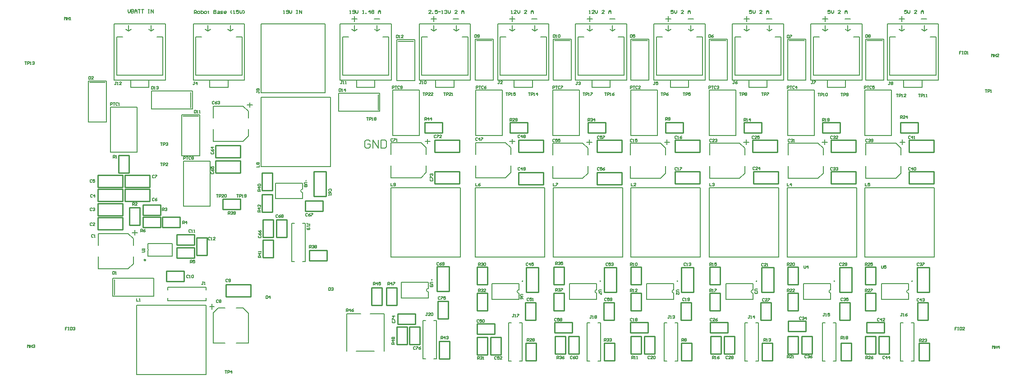
<source format=gto>
G04 Layer_Color=65535*
%FSLAX44Y44*%
%MOMM*%
G71*
G01*
G75*
%ADD36C,0.2540*%
%ADD48C,0.2000*%
%ADD49C,0.1016*%
%ADD50C,0.1270*%
D36*
X856530Y782210D02*
G03*
X856530Y782210I-500J0D01*
G01*
X620310Y968900D02*
G03*
X620310Y968900I-500J0D01*
G01*
X1172760Y779670D02*
G03*
X1172760Y779670I-500J0D01*
G01*
X1026710D02*
G03*
X1026710Y779670I-500J0D01*
G01*
X1758230D02*
G03*
X1758230Y779670I-500J0D01*
G01*
X1612180D02*
G03*
X1612180Y779670I-500J0D01*
G01*
X1466130D02*
G03*
X1466130Y779670I-500J0D01*
G01*
X1317540D02*
G03*
X1317540Y779670I-500J0D01*
G01*
X318770Y819150D02*
G03*
X318770Y819150I-1270J0D01*
G01*
X1670558Y757047D02*
X1689862D01*
X1670558Y723773D02*
Y757047D01*
Y723773D02*
X1689862D01*
Y757047D01*
X1787652Y705993D02*
Y739267D01*
X1768348Y705993D02*
X1787652D01*
X1768348D02*
Y739267D01*
X1787652D01*
X1770888Y629793D02*
X1790192D01*
Y663067D01*
X1770888D02*
X1790192D01*
X1770888Y629793D02*
Y663067D01*
X1525143Y685038D02*
X1558417D01*
X1525143D02*
Y704342D01*
X1558417D01*
Y685038D02*
Y704342D01*
X790448Y660273D02*
X809752D01*
Y693547D01*
X790448D02*
X809752D01*
X790448Y660273D02*
Y693547D01*
X771398Y733933D02*
X790702D01*
Y767207D01*
X771398D02*
X790702D01*
X771398Y733933D02*
Y767207D01*
X743458D02*
X762762D01*
X743458Y733933D02*
Y767207D01*
Y733933D02*
X762762D01*
Y767207D01*
X876427Y1058418D02*
Y1077722D01*
X843153D02*
X876427D01*
X843153Y1058418D02*
Y1077722D01*
Y1058418D02*
X876427D01*
X870458Y633603D02*
X889762D01*
Y666877D01*
X870458D02*
X889762D01*
X870458Y633603D02*
Y666877D01*
X537718Y942467D02*
X557022D01*
X537718Y909193D02*
Y942467D01*
Y909193D02*
X557022D01*
Y942467D01*
X538988Y857377D02*
X558292D01*
X538988Y824103D02*
Y857377D01*
Y824103D02*
X558292D01*
Y857377D01*
X537718Y983107D02*
X557022D01*
X537718Y949833D02*
Y983107D01*
Y949833D02*
X557022D01*
Y983107D01*
X496697Y914908D02*
Y934212D01*
X463423D02*
X496697D01*
X463423Y914908D02*
Y934212D01*
Y914908D02*
X496697D01*
X625983Y818388D02*
Y837692D01*
Y818388D02*
X659257D01*
Y837692D01*
X625983D02*
X659257D01*
X1085088Y757047D02*
X1104392D01*
X1085088Y723773D02*
Y757047D01*
Y723773D02*
X1104392D01*
Y757047D01*
X1087628Y675767D02*
X1106932D01*
X1087628Y642493D02*
Y675767D01*
Y642493D02*
X1106932D01*
Y675767D01*
X1085088Y806577D02*
X1104392D01*
X1085088Y773303D02*
Y806577D01*
Y773303D02*
X1104392D01*
Y806577D01*
X1182497Y1058418D02*
Y1077722D01*
X1149223D02*
X1182497D01*
X1149223Y1058418D02*
Y1077722D01*
Y1058418D02*
X1182497D01*
X1180338Y663067D02*
X1199642D01*
X1180338Y629793D02*
Y663067D01*
Y629793D02*
X1199642D01*
Y663067D01*
X941578Y757047D02*
X960882D01*
X941578Y723773D02*
Y757047D01*
Y723773D02*
X960882D01*
Y757047D01*
X941578Y674497D02*
X960882D01*
X941578Y641223D02*
Y674497D01*
Y641223D02*
X960882D01*
Y674497D01*
X941578Y806196D02*
X960882D01*
X941578Y772922D02*
Y806196D01*
Y772922D02*
X960882D01*
Y806196D01*
X1036447Y1058418D02*
Y1077722D01*
X1003173D02*
X1036447D01*
X1003173Y1058418D02*
Y1077722D01*
Y1058418D02*
X1036447D01*
X1033018Y663067D02*
X1052322D01*
X1033018Y629793D02*
Y663067D01*
Y629793D02*
X1052322D01*
Y663067D01*
X1670558Y675767D02*
X1689862D01*
X1670558Y642493D02*
Y675767D01*
Y642493D02*
X1689862D01*
Y675767D01*
X1670558Y806577D02*
X1689862D01*
X1670558Y773303D02*
Y806577D01*
Y773303D02*
X1689862D01*
Y806577D01*
X1769237Y1058418D02*
Y1077722D01*
X1735963D02*
X1769237D01*
X1735963Y1058418D02*
Y1077722D01*
Y1058418D02*
X1769237D01*
X1524508Y757047D02*
X1543812D01*
X1524508Y723773D02*
Y757047D01*
Y723773D02*
X1543812D01*
Y757047D01*
X1524508Y675767D02*
X1543812D01*
X1524508Y642493D02*
Y675767D01*
Y642493D02*
X1543812D01*
Y675767D01*
X1524508Y806577D02*
X1543812D01*
X1524508Y773303D02*
Y806577D01*
Y773303D02*
X1543812D01*
Y806577D01*
X1623187Y1058418D02*
Y1077722D01*
X1589913D02*
X1623187D01*
X1589913Y1058418D02*
Y1077722D01*
Y1058418D02*
X1623187D01*
X1624838Y629793D02*
X1644142D01*
Y663067D01*
X1624838D02*
X1644142D01*
X1624838Y629793D02*
Y663067D01*
X1378458Y757047D02*
X1397762D01*
X1378458Y723773D02*
Y757047D01*
Y723773D02*
X1397762D01*
Y757047D01*
X1379728Y675767D02*
X1399032D01*
X1379728Y642493D02*
Y675767D01*
Y642493D02*
X1399032D01*
Y675767D01*
X1378458Y806577D02*
X1397762D01*
X1378458Y773303D02*
Y806577D01*
Y773303D02*
X1397762D01*
Y806577D01*
X1475867Y1058418D02*
Y1077722D01*
X1442593D02*
X1475867D01*
X1442593Y1058418D02*
Y1077722D01*
Y1058418D02*
X1475867D01*
X1476248Y629793D02*
X1495552D01*
Y663067D01*
X1476248D02*
X1495552D01*
X1476248Y629793D02*
Y663067D01*
X1229868Y757047D02*
X1249172D01*
X1229868Y723773D02*
Y757047D01*
Y723773D02*
X1249172D01*
Y757047D01*
X1229868Y675767D02*
X1249172D01*
X1229868Y642493D02*
Y675767D01*
Y642493D02*
X1249172D01*
Y675767D01*
X1229868Y806577D02*
X1249172D01*
X1229868Y773303D02*
Y806577D01*
Y773303D02*
X1249172D01*
Y806577D01*
X1328547Y1058418D02*
Y1077722D01*
X1295273D02*
X1328547D01*
X1295273Y1058418D02*
Y1077722D01*
Y1058418D02*
X1328547D01*
X1325118Y629793D02*
X1344422D01*
Y663067D01*
X1325118D02*
X1344422D01*
X1325118Y629793D02*
Y663067D01*
X346837Y880618D02*
Y899922D01*
X313563D02*
X346837D01*
X313563Y880618D02*
Y899922D01*
Y880618D02*
X346837D01*
X377063Y823468D02*
Y842772D01*
Y823468D02*
X410337D01*
Y842772D01*
X377063D02*
X410337D01*
X350393Y880618D02*
Y899922D01*
Y880618D02*
X383667D01*
Y899922D01*
X350393D02*
X383667D01*
X313563Y903478D02*
Y922782D01*
Y903478D02*
X346837D01*
Y922782D01*
X313563D02*
X346837D01*
X288798Y885063D02*
X308102D01*
Y918337D01*
X288798D02*
X308102D01*
X288798Y885063D02*
Y918337D01*
X268478Y982853D02*
X287782D01*
Y1016127D01*
X268478D02*
X287782D01*
X268478Y982853D02*
Y1016127D01*
X862076Y962660D02*
Y985520D01*
Y962660D02*
X908304D01*
Y985520D01*
X862076D02*
X908304D01*
X862076Y1022350D02*
Y1045210D01*
Y1022350D02*
X908304D01*
Y1045210D01*
X862076D02*
X908304D01*
X866140Y806704D02*
X889000D01*
X866140Y760476D02*
Y806704D01*
Y760476D02*
X889000D01*
Y806704D01*
X496824Y982980D02*
Y1005840D01*
X450596D02*
X496824D01*
X450596Y982980D02*
Y1005840D01*
Y982980D02*
X496824D01*
Y1012190D02*
Y1035050D01*
X450596D02*
X496824D01*
X450596Y1012190D02*
Y1035050D01*
Y1012190D02*
X496824D01*
X635000Y985774D02*
X657860D01*
X635000Y939546D02*
Y985774D01*
Y939546D02*
X657860D01*
Y985774D01*
X1166876Y1022350D02*
Y1045210D01*
Y1022350D02*
X1213104D01*
Y1045210D01*
X1166876D02*
X1213104D01*
X1166876Y961390D02*
Y984250D01*
Y961390D02*
X1213104D01*
Y984250D01*
X1166876D02*
X1213104D01*
X1179830Y805434D02*
X1202690D01*
X1179830Y759206D02*
Y805434D01*
Y759206D02*
X1202690D01*
Y805434D01*
X1019556Y961390D02*
Y984250D01*
Y961390D02*
X1065784D01*
Y984250D01*
X1019556D02*
X1065784D01*
X1019556Y1022350D02*
Y1045210D01*
Y1022350D02*
X1065784D01*
Y1045210D01*
X1019556D02*
X1065784D01*
X1033780Y805434D02*
X1056640D01*
X1033780Y759206D02*
Y805434D01*
Y759206D02*
X1056640D01*
Y805434D01*
X1752346Y1022350D02*
Y1045210D01*
Y1022350D02*
X1798574D01*
Y1045210D01*
X1752346D02*
X1798574D01*
X1752346Y962660D02*
Y985520D01*
Y962660D02*
X1798574D01*
Y985520D01*
X1752346D02*
X1798574D01*
X1767840Y805434D02*
X1790700D01*
X1767840Y759206D02*
Y805434D01*
Y759206D02*
X1790700D01*
Y805434D01*
X1606296Y962660D02*
Y985520D01*
Y962660D02*
X1652524D01*
Y985520D01*
X1606296D02*
X1652524D01*
X1606296Y1022350D02*
Y1045210D01*
Y1022350D02*
X1652524D01*
Y1045210D01*
X1606296D02*
X1652524D01*
X1621790Y805434D02*
X1644650D01*
X1621790Y759206D02*
Y805434D01*
Y759206D02*
X1644650D01*
Y805434D01*
X1458976Y1022350D02*
Y1045210D01*
Y1022350D02*
X1505204D01*
Y1045210D01*
X1458976D02*
X1505204D01*
X1460246Y962660D02*
Y985520D01*
Y962660D02*
X1506474D01*
Y985520D01*
X1460246D02*
X1506474D01*
X1475740Y805434D02*
X1498600D01*
X1475740Y759206D02*
Y805434D01*
Y759206D02*
X1498600D01*
Y805434D01*
X1312926Y962660D02*
Y985520D01*
Y962660D02*
X1359154D01*
Y985520D01*
X1312926D02*
X1359154D01*
X1312926Y1022350D02*
Y1045210D01*
Y1022350D02*
X1359154D01*
Y1045210D01*
X1312926D02*
X1359154D01*
X1324610Y805434D02*
X1347470D01*
X1324610Y759206D02*
Y805434D01*
Y759206D02*
X1347470D01*
Y805434D01*
X469646Y750570D02*
Y773430D01*
Y750570D02*
X515874D01*
Y773430D01*
X469646D02*
X515874D01*
X280416Y956310D02*
Y979170D01*
Y956310D02*
X326644D01*
Y979170D01*
X280416D02*
X326644D01*
X280416Y929640D02*
Y952500D01*
Y929640D02*
X326644D01*
Y952500D01*
X280416D02*
X326644D01*
X275844Y956310D02*
Y979170D01*
X229616D02*
X275844D01*
X229616Y956310D02*
Y979170D01*
Y956310D02*
X275844D01*
Y929640D02*
Y952500D01*
X229616D02*
X275844D01*
X229616Y929640D02*
Y952500D01*
Y929640D02*
X275844D01*
Y902970D02*
Y925830D01*
X229616D02*
X275844D01*
X229616Y902970D02*
Y925830D01*
Y902970D02*
X275844D01*
Y876300D02*
Y899160D01*
X229616D02*
X275844D01*
X229616Y876300D02*
Y899160D01*
Y876300D02*
X275844D01*
X833882Y660273D02*
Y693547D01*
X814578Y660273D02*
X833882D01*
X814578D02*
Y693547D01*
X833882D01*
X887222Y708533D02*
Y741807D01*
X867918Y708533D02*
X887222D01*
X867918D02*
Y741807D01*
X887222D01*
X792353Y699008D02*
X825627D01*
X792353D02*
Y718312D01*
X825627D01*
Y699008D02*
Y718312D01*
X583692Y862203D02*
Y895477D01*
X564388Y862203D02*
X583692D01*
X564388D02*
Y895477D01*
X583692D01*
X618363Y930402D02*
X651637D01*
Y911098D02*
Y930402D01*
X618363Y911098D02*
X651637D01*
X618363D02*
Y930402D01*
X558292Y862203D02*
Y895477D01*
X538988Y862203D02*
X558292D01*
X538988D02*
Y895477D01*
X558292D01*
X1132332Y642493D02*
Y675767D01*
X1113028Y642493D02*
X1132332D01*
X1113028D02*
Y675767D01*
X1132332D01*
X1198372Y705993D02*
Y739267D01*
X1179068Y705993D02*
X1198372D01*
X1179068D02*
Y739267D01*
X1198372D01*
X1086993Y682498D02*
X1120267D01*
X1086993D02*
Y701802D01*
X1120267D01*
Y682498D02*
Y701802D01*
X986282Y641223D02*
Y674497D01*
X966978Y641223D02*
X986282D01*
X966978D02*
Y674497D01*
X986282D01*
X1051052Y705993D02*
Y739267D01*
X1031748Y705993D02*
X1051052D01*
X1031748D02*
Y739267D01*
X1051052D01*
X940943Y679958D02*
X974217D01*
X940943D02*
Y699262D01*
X974217D01*
Y679958D02*
Y699262D01*
X1715262Y642493D02*
Y675767D01*
X1695958Y642493D02*
X1715262D01*
X1695958D02*
Y675767D01*
X1715262D01*
X1672463Y682498D02*
X1705737D01*
X1672463D02*
Y701802D01*
X1705737D01*
Y682498D02*
Y701802D01*
X1570482Y642493D02*
Y675767D01*
X1551178Y642493D02*
X1570482D01*
X1551178D02*
Y675767D01*
X1570482D01*
X1641602Y705993D02*
Y739267D01*
X1622298Y705993D02*
X1641602D01*
X1622298D02*
Y739267D01*
X1641602D01*
X1424432Y642493D02*
Y675767D01*
X1405128Y642493D02*
X1424432D01*
X1405128D02*
Y675767D01*
X1424432D01*
X1493012Y705993D02*
Y739267D01*
X1473708Y705993D02*
X1493012D01*
X1473708D02*
Y739267D01*
X1493012D01*
X1379093Y682498D02*
X1412367D01*
X1379093D02*
Y701802D01*
X1412367D01*
Y682498D02*
Y701802D01*
X1274572Y642493D02*
Y675767D01*
X1255268Y642493D02*
X1274572D01*
X1255268D02*
Y675767D01*
X1274572D01*
X1343152Y705993D02*
Y739267D01*
X1323848Y705993D02*
X1343152D01*
X1323848D02*
Y739267D01*
X1343152D01*
X1229233Y682498D02*
X1262507D01*
X1229233D02*
Y701802D01*
X1262507D01*
Y682498D02*
Y701802D01*
X414528Y827913D02*
Y861187D01*
X433832D01*
Y827913D02*
Y861187D01*
X414528Y827913D02*
X433832D01*
X377063Y866902D02*
X410337D01*
Y847598D02*
Y866902D01*
X377063Y847598D02*
X410337D01*
X377063D02*
Y866902D01*
X358013Y798322D02*
X391287D01*
Y779018D02*
Y798322D01*
X358013Y779018D02*
X391287D01*
X358013D02*
Y798322D01*
D48*
X849630Y765885D02*
G03*
X849630Y759535I0J-3175D01*
G01*
X613410Y952575D02*
G03*
X613410Y946225I0J-3175D01*
G01*
X1165860Y763345D02*
G03*
X1165860Y756995I0J-3175D01*
G01*
X1019810Y763345D02*
G03*
X1019810Y756995I0J-3175D01*
G01*
X1751330Y763345D02*
G03*
X1751330Y756995I0J-3175D01*
G01*
X1605280Y763345D02*
G03*
X1605280Y756995I0J-3175D01*
G01*
X1459230Y763345D02*
G03*
X1459230Y756995I0J-3175D01*
G01*
X1310640Y763345D02*
G03*
X1310640Y756995I0J-3175D01*
G01*
X323140Y836635D02*
G03*
X323140Y839885I0J1625D01*
G01*
X1379960Y1231900D02*
X1408960D01*
X1394460Y1234840D02*
X1411460D01*
Y1157840D02*
Y1234840D01*
X1377460Y1157840D02*
X1411460D01*
X1377460D02*
Y1234840D01*
X1394460D01*
X1527280Y1231900D02*
X1556280D01*
X1541780Y1234840D02*
X1558780D01*
Y1157840D02*
Y1234840D01*
X1524780Y1157840D02*
X1558780D01*
X1524780D02*
Y1234840D01*
X1541780D01*
X1673330Y1231900D02*
X1702330D01*
X1687830Y1234840D02*
X1704830D01*
Y1157840D02*
Y1234840D01*
X1670830Y1157840D02*
X1704830D01*
X1670830D02*
Y1234840D01*
X1687830D01*
X1694180Y1053460D02*
X1719180D01*
Y1138560D01*
X1669180D02*
X1719180D01*
X1669180Y1053460D02*
Y1138560D01*
Y1053460D02*
X1694180D01*
X798830Y777360D02*
X849630D01*
X798830Y748060D02*
Y777360D01*
Y748060D02*
X849630D01*
Y759535D01*
Y765885D02*
Y777360D01*
X613410Y952575D02*
Y964050D01*
Y934750D02*
Y946225D01*
X562610Y934750D02*
X613410D01*
X562610D02*
Y964050D01*
X613410D01*
X1115060Y774820D02*
X1165860D01*
X1115060Y745520D02*
Y774820D01*
Y745520D02*
X1165860D01*
Y756995D01*
Y763345D02*
Y774820D01*
X1019810Y763345D02*
Y774820D01*
Y745520D02*
Y756995D01*
X969010Y745520D02*
X1019810D01*
X969010D02*
Y774820D01*
X1019810D01*
X1700530D02*
X1751330D01*
X1700530Y745520D02*
Y774820D01*
Y745520D02*
X1751330D01*
Y756995D01*
Y763345D02*
Y774820D01*
X1605280Y763345D02*
Y774820D01*
Y745520D02*
Y756995D01*
X1554480Y745520D02*
X1605280D01*
X1554480D02*
Y774820D01*
X1605280D01*
X1408430D02*
X1459230D01*
X1408430Y745520D02*
Y774820D01*
Y745520D02*
X1459230D01*
Y756995D01*
Y763345D02*
Y774820D01*
X1310640Y763345D02*
Y774820D01*
Y745520D02*
Y756995D01*
X1259840Y745520D02*
X1310640D01*
X1259840D02*
Y774820D01*
X1310640D01*
X329520Y1249750D02*
Y1261000D01*
X324520Y1253500D02*
X329520Y1249750D01*
X334520Y1253500D01*
X287020Y1249500D02*
X292020Y1253250D01*
X282020D02*
X287020Y1249500D01*
Y1260750D01*
X753700Y1249750D02*
Y1261000D01*
X748700Y1253500D02*
X753700Y1249750D01*
X758700Y1253500D01*
X711200Y1249500D02*
X716200Y1253250D01*
X706200D02*
X711200Y1249500D01*
Y1260750D01*
X902290Y1249750D02*
Y1261000D01*
X897290Y1253500D02*
X902290Y1249750D01*
X907290Y1253500D01*
X859790Y1249500D02*
X864790Y1253250D01*
X854790D02*
X859790Y1249500D01*
Y1260750D01*
X1781130Y1249750D02*
Y1261000D01*
X1776130Y1253500D02*
X1781130Y1249750D01*
X1786130Y1253500D01*
X1738630Y1249500D02*
X1743630Y1253250D01*
X1733630D02*
X1738630Y1249500D01*
Y1260750D01*
X1637620Y1249750D02*
Y1261000D01*
X1632620Y1253500D02*
X1637620Y1249750D01*
X1642620Y1253500D01*
X1595120Y1249500D02*
X1600120Y1253250D01*
X1590120D02*
X1595120Y1249500D01*
Y1260750D01*
X1490300Y1249750D02*
Y1261000D01*
X1485300Y1253500D02*
X1490300Y1249750D01*
X1495300Y1253500D01*
X1447800Y1249500D02*
X1452800Y1253250D01*
X1442800D02*
X1447800Y1249500D01*
Y1260750D01*
X1342980Y1249750D02*
Y1261000D01*
X1337980Y1253500D02*
X1342980Y1249750D01*
X1347980Y1253500D01*
X1300480Y1249500D02*
X1305480Y1253250D01*
X1295480D02*
X1300480Y1249500D01*
Y1260750D01*
X478110Y1249750D02*
Y1261000D01*
X473110Y1253500D02*
X478110Y1249750D01*
X483110Y1253500D01*
X435610Y1249500D02*
X440610Y1253250D01*
X430610D02*
X435610Y1249500D01*
Y1260750D01*
X1195660Y1249750D02*
Y1261000D01*
X1190660Y1253500D02*
X1195660Y1249750D01*
X1200660Y1253500D01*
X1153160Y1249500D02*
X1158160Y1253250D01*
X1148160D02*
X1153160Y1249500D01*
Y1260750D01*
X1049610Y1249750D02*
Y1261000D01*
X1044610Y1253500D02*
X1049610Y1249750D01*
X1054610Y1253500D01*
X1007110Y1249500D02*
X1012110Y1253250D01*
X1002110D02*
X1007110Y1249500D01*
Y1260750D01*
X836300Y1040110D02*
X845800Y1030610D01*
X779800Y1040110D02*
X836300D01*
X845800Y1018110D02*
Y1030610D01*
X779800Y1018110D02*
Y1040110D01*
Y974110D02*
Y996860D01*
Y974110D02*
X836050D01*
X845800Y983860D01*
Y996860D01*
X843800Y1042360D02*
X853300D01*
X848550Y1037860D02*
Y1046860D01*
X502290Y1108690D02*
X511790Y1099190D01*
X445790Y1108690D02*
X502290D01*
X511790Y1086690D02*
Y1099190D01*
X445790Y1086690D02*
Y1108690D01*
Y1042690D02*
Y1065440D01*
Y1042690D02*
X502040D01*
X511790Y1052440D01*
Y1065440D01*
X509790Y1110940D02*
X519290D01*
X514540Y1106440D02*
Y1115440D01*
X1139830Y1038840D02*
X1149330Y1029340D01*
X1083330Y1038840D02*
X1139830D01*
X1149330Y1016840D02*
Y1029340D01*
X1083330Y1016840D02*
Y1038840D01*
Y972840D02*
Y995590D01*
Y972840D02*
X1139580D01*
X1149330Y982590D01*
Y995590D01*
X1147330Y1041090D02*
X1156830D01*
X1152080Y1036590D02*
Y1045590D01*
X995050Y1040110D02*
X1004550Y1030610D01*
X938550Y1040110D02*
X995050D01*
X1004550Y1018110D02*
Y1030610D01*
X938550Y1018110D02*
Y1040110D01*
Y974110D02*
Y996860D01*
Y974110D02*
X994800D01*
X1004550Y983860D01*
Y996860D01*
X1002550Y1042360D02*
X1012050D01*
X1007300Y1037860D02*
Y1046860D01*
X1727840Y1038840D02*
X1737340Y1029340D01*
X1671340Y1038840D02*
X1727840D01*
X1737340Y1016840D02*
Y1029340D01*
X1671340Y1016840D02*
Y1038840D01*
Y972840D02*
Y995590D01*
Y972840D02*
X1727590D01*
X1737340Y982590D01*
Y995590D01*
X1735340Y1041090D02*
X1744840D01*
X1740090Y1036590D02*
Y1045590D01*
X1581790Y1038840D02*
X1591290Y1029340D01*
X1525290Y1038840D02*
X1581790D01*
X1591290Y1016840D02*
Y1029340D01*
X1525290Y1016840D02*
Y1038840D01*
Y972840D02*
Y995590D01*
Y972840D02*
X1581540D01*
X1591290Y982590D01*
Y995590D01*
X1589290Y1041090D02*
X1598790D01*
X1594040Y1036590D02*
Y1045590D01*
X1434470Y1038840D02*
X1443970Y1029340D01*
X1377970Y1038840D02*
X1434470D01*
X1443970Y1016840D02*
Y1029340D01*
X1377970Y1016840D02*
Y1038840D01*
Y972840D02*
Y995590D01*
Y972840D02*
X1434220D01*
X1443970Y982590D01*
Y995590D01*
X1441970Y1041090D02*
X1451470D01*
X1446720Y1036590D02*
Y1045590D01*
X1285880Y1038840D02*
X1295380Y1029340D01*
X1229380Y1038840D02*
X1285880D01*
X1295380Y1016840D02*
Y1029340D01*
X1229380Y1016840D02*
Y1038840D01*
Y972840D02*
Y995590D01*
Y972840D02*
X1285630D01*
X1295380Y982590D01*
Y995590D01*
X1293380Y1041090D02*
X1302880D01*
X1298130Y1036590D02*
Y1045590D01*
X445790Y719460D02*
X455290Y728960D01*
X445790Y662960D02*
Y719460D01*
X455290Y728960D02*
X467790D01*
X445790Y662960D02*
X467790D01*
X489040D02*
X511790D01*
Y719210D01*
X502040Y728960D02*
X511790Y719210D01*
X489040Y728960D02*
X502040D01*
X443540Y726960D02*
Y736460D01*
X439040Y731710D02*
X448040D01*
X286390Y868660D02*
X295890Y859160D01*
X229890Y868660D02*
X286390D01*
X295890Y846660D02*
Y859160D01*
X229890Y846660D02*
Y868660D01*
Y802660D02*
Y825410D01*
Y802660D02*
X286140D01*
X295890Y812410D01*
Y825410D01*
X293890Y870910D02*
X303390D01*
X298640Y866410D02*
Y875410D01*
X779550Y825270D02*
X909550D01*
X779550D02*
Y955270D01*
X909550D01*
Y825270D02*
Y955270D01*
X665710Y995450D02*
Y1125450D01*
X535710Y995450D02*
X665710D01*
X535710D02*
Y1125450D01*
X665710D01*
X1084350Y825270D02*
X1214350D01*
X1084350D02*
Y955270D01*
X1214350D01*
Y825270D02*
Y955270D01*
X938300Y825270D02*
X1068300D01*
X938300D02*
Y955270D01*
X1068300D01*
Y825270D02*
Y955270D01*
X1669820Y825270D02*
X1799820D01*
X1669820D02*
Y955270D01*
X1799820D01*
Y825270D02*
Y955270D01*
X1523770Y825270D02*
X1653770D01*
X1523770D02*
Y955270D01*
X1653770D01*
Y825270D02*
Y955270D01*
X1377720Y825270D02*
X1507720D01*
X1377720D02*
Y955270D01*
X1507720D01*
Y825270D02*
Y955270D01*
X1230400Y825270D02*
X1360400D01*
X1230400D02*
Y955270D01*
X1360400D01*
Y825270D02*
Y955270D01*
X432030Y604290D02*
Y734290D01*
X302030Y604290D02*
X432030D01*
X302030D02*
Y734290D01*
X432030D01*
X864870Y633290D02*
Y705290D01*
X839470Y633290D02*
Y705290D01*
Y633290D02*
X844420D01*
X839470Y705290D02*
X844420D01*
X859920D02*
X864870D01*
X859920Y633290D02*
X864870D01*
X618490Y816170D02*
Y888170D01*
X593090Y816170D02*
Y888170D01*
Y816170D02*
X598040D01*
X593090Y888170D02*
X598040D01*
X613540D02*
X618490D01*
X613540Y816170D02*
X618490D01*
X1173480Y629480D02*
Y701480D01*
X1148080Y629480D02*
Y701480D01*
Y629480D02*
X1153030D01*
X1148080Y701480D02*
X1153030D01*
X1168530D02*
X1173480D01*
X1168530Y629480D02*
X1173480D01*
X1026160D02*
Y701480D01*
X1000760Y629480D02*
Y701480D01*
Y629480D02*
X1005710D01*
X1000760Y701480D02*
X1005710D01*
X1021210D02*
X1026160D01*
X1021210Y629480D02*
X1026160D01*
X1761490D02*
Y701480D01*
X1736090Y629480D02*
Y701480D01*
Y629480D02*
X1741040D01*
X1736090Y701480D02*
X1741040D01*
X1756540D02*
X1761490D01*
X1756540Y629480D02*
X1761490D01*
X1615440D02*
Y701480D01*
X1590040Y629480D02*
Y701480D01*
Y629480D02*
X1594990D01*
X1590040Y701480D02*
X1594990D01*
X1610490D02*
X1615440D01*
X1610490Y629480D02*
X1615440D01*
X1469390D02*
Y701480D01*
X1443990Y629480D02*
Y701480D01*
Y629480D02*
X1448940D01*
X1443990Y701480D02*
X1448940D01*
X1464440D02*
X1469390D01*
X1464440Y629480D02*
X1469390D01*
X1318260D02*
Y701480D01*
X1292860Y629480D02*
Y701480D01*
Y629480D02*
X1297810D01*
X1292860Y701480D02*
X1297810D01*
X1313310D02*
X1318260D01*
X1313310Y629480D02*
X1318260D01*
X360240Y768350D02*
X432240D01*
X360240Y742950D02*
X432240D01*
Y747900D01*
X360240Y742950D02*
Y747900D01*
Y763400D02*
Y768350D01*
X432240Y763400D02*
Y768350D01*
X755650Y1101830D02*
Y1130830D01*
X758590Y1099330D02*
Y1116330D01*
X681590Y1099330D02*
X758590D01*
X681590D02*
Y1133330D01*
X758590D01*
Y1116330D02*
Y1133330D01*
X403860Y1105640D02*
Y1134640D01*
X406800Y1103140D02*
Y1120140D01*
X329800Y1103140D02*
X406800D01*
X329800D02*
Y1137140D01*
X406800D01*
Y1120140D02*
Y1137140D01*
X793220Y1230630D02*
X822220D01*
X807720Y1233570D02*
X824720D01*
Y1156570D02*
Y1233570D01*
X790720Y1156570D02*
X824720D01*
X790720D02*
Y1233570D01*
X807720D01*
X389360Y1089660D02*
X418360D01*
X403860Y1092600D02*
X420860D01*
Y1015600D02*
Y1092600D01*
X386860Y1015600D02*
X420860D01*
X386860D02*
Y1092600D01*
X403860D01*
X1086590Y1231900D02*
X1115590D01*
X1101090Y1234840D02*
X1118090D01*
Y1157840D02*
Y1234840D01*
X1084090Y1157840D02*
X1118090D01*
X1084090D02*
Y1234840D01*
X1101090D01*
X940540Y1231900D02*
X969540D01*
X955040Y1234840D02*
X972040D01*
Y1157840D02*
Y1234840D01*
X938040Y1157840D02*
X972040D01*
X938040D02*
Y1234840D01*
X955040D01*
X1232640Y1231900D02*
X1261640D01*
X1247140Y1234840D02*
X1264140D01*
Y1157840D02*
Y1234840D01*
X1230140Y1157840D02*
X1264140D01*
X1230140D02*
Y1234840D01*
X1247140D01*
X214100Y1153160D02*
X243100D01*
X228600Y1156100D02*
X245600D01*
Y1079100D02*
Y1156100D01*
X211600Y1079100D02*
X245600D01*
X211600D02*
Y1156100D01*
X228600D01*
X260350Y753850D02*
Y782850D01*
X257410Y768350D02*
Y785350D01*
X334410D01*
Y751350D02*
Y785350D01*
X257410Y751350D02*
X334410D01*
X257410D02*
Y768350D01*
X807720Y1053460D02*
X832720D01*
Y1138560D01*
X782720D02*
X832720D01*
X782720Y1053460D02*
Y1138560D01*
Y1053460D02*
X807720D01*
X415290Y920110D02*
X440290D01*
Y1005210D01*
X390290D02*
X440290D01*
X390290Y920110D02*
Y1005210D01*
Y920110D02*
X415290D01*
X1108710Y1053460D02*
X1133710D01*
Y1138560D01*
X1083710D02*
X1133710D01*
X1083710Y1053460D02*
Y1138560D01*
Y1053460D02*
X1108710D01*
X963930D02*
X988930D01*
Y1138560D01*
X938930D02*
X988930D01*
X938930Y1053460D02*
Y1138560D01*
Y1053460D02*
X963930D01*
X1549400D02*
X1574400D01*
Y1138560D01*
X1524400D02*
X1574400D01*
X1524400Y1053460D02*
Y1138560D01*
Y1053460D02*
X1549400D01*
X1402080D02*
X1427080D01*
Y1138560D01*
X1377080D02*
X1427080D01*
X1377080Y1053460D02*
Y1138560D01*
Y1053460D02*
X1402080D01*
X1254760D02*
X1279760D01*
Y1138560D01*
X1229760D02*
X1279760D01*
X1229760Y1053460D02*
Y1138560D01*
Y1053460D02*
X1254760D01*
X278130Y1021710D02*
X303130D01*
Y1106810D01*
X253130D02*
X303130D01*
X253130Y1021710D02*
Y1106810D01*
Y1021710D02*
X278130D01*
X323140Y826360D02*
Y836635D01*
Y839885D02*
Y850160D01*
X368640D01*
Y826360D02*
Y850160D01*
X323140Y826360D02*
X368640D01*
X766520Y648060D02*
Y718460D01*
X740520D02*
X766520D01*
X714770Y648060D02*
X748270D01*
X696520D02*
Y718460D01*
X722770D01*
X595630Y1263650D02*
X655630D01*
Y1133650D02*
Y1263650D01*
X535630D02*
X595630D01*
X535630Y1133650D02*
Y1263650D01*
Y1133650D02*
X595630D01*
X655630D01*
D49*
X798830Y748060D02*
Y777360D01*
X562610Y934750D02*
Y964050D01*
X1115060Y745520D02*
Y774820D01*
X969010Y745520D02*
Y774820D01*
X1700530Y745520D02*
Y774820D01*
X1554480Y745520D02*
Y774820D01*
X1408430Y745520D02*
Y774820D01*
X1259840Y745520D02*
Y774820D01*
D50*
X264470Y1238750D02*
X275590D01*
X340360D02*
X351520D01*
X264470Y1166750D02*
X351520D01*
X325120Y1143750D02*
Y1157750D01*
X325020Y1143750D02*
X325120D01*
X290830D02*
Y1157750D01*
Y1143750D02*
X291020D01*
X290830D02*
X291020D01*
X325020D01*
X260020Y1263250D02*
X356020D01*
X260020Y1157750D02*
X356020D01*
Y1263250D01*
X260020Y1157750D02*
Y1263250D01*
X264470Y1166750D02*
Y1238750D01*
X351520Y1166750D02*
Y1238750D01*
X688650D02*
X699770D01*
X764540D02*
X775700D01*
X688650Y1166750D02*
X775700D01*
X749300Y1143750D02*
Y1157750D01*
X749200Y1143750D02*
X749300D01*
X715010D02*
Y1157750D01*
Y1143750D02*
X715200D01*
X715010D02*
X715200D01*
X749200D01*
X684200Y1263250D02*
X780200D01*
X684200Y1157750D02*
X780200D01*
Y1263250D01*
X684200Y1157750D02*
Y1263250D01*
X688650Y1166750D02*
Y1238750D01*
X775700Y1166750D02*
Y1238750D01*
X837240D02*
X848360D01*
X913130D02*
X924290D01*
X837240Y1166750D02*
X924290D01*
X897890Y1143750D02*
Y1157750D01*
X897790Y1143750D02*
X897890D01*
X863600D02*
Y1157750D01*
Y1143750D02*
X863790D01*
X863600D02*
X863790D01*
X897790D01*
X832790Y1263250D02*
X928790D01*
X832790Y1157750D02*
X928790D01*
Y1263250D01*
X832790Y1157750D02*
Y1263250D01*
X837240Y1166750D02*
Y1238750D01*
X924290Y1166750D02*
Y1238750D01*
X1716080D02*
X1727200D01*
X1791970D02*
X1803130D01*
X1716080Y1166750D02*
X1803130D01*
X1776730Y1143750D02*
Y1157750D01*
X1776630Y1143750D02*
X1776730D01*
X1742440D02*
Y1157750D01*
Y1143750D02*
X1742630D01*
X1742440D02*
X1742630D01*
X1776630D01*
X1711630Y1263250D02*
X1807630D01*
X1711630Y1157750D02*
X1807630D01*
Y1263250D01*
X1711630Y1157750D02*
Y1263250D01*
X1716080Y1166750D02*
Y1238750D01*
X1803130Y1166750D02*
Y1238750D01*
X1572570D02*
X1583690D01*
X1648460D02*
X1659620D01*
X1572570Y1166750D02*
X1659620D01*
X1633220Y1143750D02*
Y1157750D01*
X1633120Y1143750D02*
X1633220D01*
X1598930D02*
Y1157750D01*
Y1143750D02*
X1599120D01*
X1598930D02*
X1599120D01*
X1633120D01*
X1568120Y1263250D02*
X1664120D01*
X1568120Y1157750D02*
X1664120D01*
Y1263250D01*
X1568120Y1157750D02*
Y1263250D01*
X1572570Y1166750D02*
Y1238750D01*
X1659620Y1166750D02*
Y1238750D01*
X1425250D02*
X1436370D01*
X1501140D02*
X1512300D01*
X1425250Y1166750D02*
X1512300D01*
X1485900Y1143750D02*
Y1157750D01*
X1485800Y1143750D02*
X1485900D01*
X1451610D02*
Y1157750D01*
Y1143750D02*
X1451800D01*
X1451610D02*
X1451800D01*
X1485800D01*
X1420800Y1263250D02*
X1516800D01*
X1420800Y1157750D02*
X1516800D01*
Y1263250D01*
X1420800Y1157750D02*
Y1263250D01*
X1425250Y1166750D02*
Y1238750D01*
X1512300Y1166750D02*
Y1238750D01*
X1277930D02*
X1289050D01*
X1353820D02*
X1364980D01*
X1277930Y1166750D02*
X1364980D01*
X1338580Y1143750D02*
Y1157750D01*
X1338480Y1143750D02*
X1338580D01*
X1304290D02*
Y1157750D01*
Y1143750D02*
X1304480D01*
X1304290D02*
X1304480D01*
X1338480D01*
X1273480Y1263250D02*
X1369480D01*
X1273480Y1157750D02*
X1369480D01*
Y1263250D01*
X1273480Y1157750D02*
Y1263250D01*
X1277930Y1166750D02*
Y1238750D01*
X1364980Y1166750D02*
Y1238750D01*
X413060D02*
X424180D01*
X488950D02*
X500110D01*
X413060Y1166750D02*
X500110D01*
X473710Y1143750D02*
Y1157750D01*
X473610Y1143750D02*
X473710D01*
X439420D02*
Y1157750D01*
Y1143750D02*
X439610D01*
X439420D02*
X439610D01*
X473610D01*
X408610Y1263250D02*
X504610D01*
X408610Y1157750D02*
X504610D01*
Y1263250D01*
X408610Y1157750D02*
Y1263250D01*
X413060Y1166750D02*
Y1238750D01*
X500110Y1166750D02*
Y1238750D01*
X1130610D02*
X1141730D01*
X1206500D02*
X1217660D01*
X1130610Y1166750D02*
X1217660D01*
X1191260Y1143750D02*
Y1157750D01*
X1191160Y1143750D02*
X1191260D01*
X1156970D02*
Y1157750D01*
Y1143750D02*
X1157160D01*
X1156970D02*
X1157160D01*
X1191160D01*
X1126160Y1263250D02*
X1222160D01*
X1126160Y1157750D02*
X1222160D01*
Y1263250D01*
X1126160Y1157750D02*
Y1263250D01*
X1130610Y1166750D02*
Y1238750D01*
X1217660Y1166750D02*
Y1238750D01*
X984560D02*
X995680D01*
X1060450D02*
X1071610D01*
X984560Y1166750D02*
X1071610D01*
X1045210Y1143750D02*
Y1157750D01*
X1045110Y1143750D02*
X1045210D01*
X1010920D02*
Y1157750D01*
Y1143750D02*
X1011110D01*
X1010920D02*
X1011110D01*
X1045110D01*
X980110Y1263250D02*
X1076110D01*
X980110Y1157750D02*
X1076110D01*
Y1263250D01*
X980110Y1157750D02*
Y1263250D01*
X984560Y1166750D02*
Y1238750D01*
X1071610Y1166750D02*
Y1238750D01*
X740407Y1042666D02*
X737868Y1045205D01*
X732789D01*
X730250Y1042666D01*
Y1032509D01*
X732789Y1029970D01*
X737868D01*
X740407Y1032509D01*
Y1037588D01*
X735328D01*
X745485Y1029970D02*
Y1045205D01*
X755642Y1029970D01*
Y1045205D01*
X760720D02*
Y1029970D01*
X768338D01*
X770877Y1032509D01*
Y1042666D01*
X768338Y1045205D01*
X760720D01*
X1670050Y759460D02*
Y764538D01*
X1672589D01*
X1673436Y763692D01*
Y761999D01*
X1672589Y761153D01*
X1670050D01*
X1671743D02*
X1673436Y759460D01*
X1678514D02*
X1675128D01*
X1678514Y762846D01*
Y763692D01*
X1677668Y764538D01*
X1675975D01*
X1675128Y763692D01*
X1680207Y764538D02*
X1683592D01*
Y763692D01*
X1680207Y760306D01*
Y759460D01*
X1376680Y1243328D02*
Y1238250D01*
X1379219D01*
X1380066Y1239096D01*
Y1242482D01*
X1379219Y1243328D01*
X1376680D01*
X1385144D02*
X1383451Y1242482D01*
X1381758Y1240789D01*
Y1239096D01*
X1382605Y1238250D01*
X1384297D01*
X1385144Y1239096D01*
Y1239943D01*
X1384297Y1240789D01*
X1381758D01*
X1524000Y1242058D02*
Y1236980D01*
X1526539D01*
X1527386Y1237826D01*
Y1241212D01*
X1526539Y1242058D01*
X1524000D01*
X1529078D02*
X1532464D01*
Y1241212D01*
X1529078Y1237826D01*
Y1236980D01*
X1671320Y1243328D02*
Y1238250D01*
X1673859D01*
X1674706Y1239096D01*
Y1242482D01*
X1673859Y1243328D01*
X1671320D01*
X1676398Y1242482D02*
X1677245Y1243328D01*
X1678938D01*
X1679784Y1242482D01*
Y1241636D01*
X1678938Y1240789D01*
X1679784Y1239943D01*
Y1239096D01*
X1678938Y1238250D01*
X1677245D01*
X1676398Y1239096D01*
Y1239943D01*
X1677245Y1240789D01*
X1676398Y1241636D01*
Y1242482D01*
X1677245Y1240789D02*
X1678938D01*
X1668780Y1141730D02*
Y1146808D01*
X1671319D01*
X1672166Y1145962D01*
Y1144269D01*
X1671319Y1143423D01*
X1668780D01*
X1673858Y1146808D02*
X1677244D01*
X1675551D01*
Y1141730D01*
X1682322Y1145962D02*
X1681476Y1146808D01*
X1679783D01*
X1678937Y1145962D01*
Y1142576D01*
X1679783Y1141730D01*
X1681476D01*
X1682322Y1142576D01*
X1687401Y1146808D02*
X1684015D01*
Y1144269D01*
X1685708Y1145116D01*
X1686554D01*
X1687401Y1144269D01*
Y1142576D01*
X1686554Y1141730D01*
X1684861D01*
X1684015Y1142576D01*
X1770380Y1131568D02*
X1773766D01*
X1772073D01*
Y1126490D01*
X1775458D02*
Y1131568D01*
X1777997D01*
X1778844Y1130722D01*
Y1129029D01*
X1777997Y1128183D01*
X1775458D01*
X1780537Y1126490D02*
X1782229D01*
X1781383D01*
Y1131568D01*
X1780537Y1130722D01*
X1784769Y1126490D02*
X1786461D01*
X1785615D01*
Y1131568D01*
X1784769Y1130722D01*
X1728470Y1131568D02*
X1731856D01*
X1730163D01*
Y1126490D01*
X1733548D02*
Y1131568D01*
X1736087D01*
X1736934Y1130722D01*
Y1129029D01*
X1736087Y1128183D01*
X1733548D01*
X1738627Y1126490D02*
X1740320D01*
X1739473D01*
Y1131568D01*
X1738627Y1130722D01*
X1746244Y1126490D02*
X1742859D01*
X1746244Y1129876D01*
Y1130722D01*
X1745398Y1131568D01*
X1743705D01*
X1742859Y1130722D01*
X1771226Y745912D02*
X1770379Y746758D01*
X1768686D01*
X1767840Y745912D01*
Y742526D01*
X1768686Y741680D01*
X1770379D01*
X1771226Y742526D01*
X1775457Y741680D02*
Y746758D01*
X1772918Y744219D01*
X1776304D01*
X1777997Y745912D02*
X1778843Y746758D01*
X1780536D01*
X1781382Y745912D01*
Y745066D01*
X1780536Y744219D01*
X1779689D01*
X1780536D01*
X1781382Y743373D01*
Y742526D01*
X1780536Y741680D01*
X1778843D01*
X1777997Y742526D01*
X1771650Y665480D02*
Y670558D01*
X1774189D01*
X1775036Y669712D01*
Y668019D01*
X1774189Y667173D01*
X1771650D01*
X1773343D02*
X1775036Y665480D01*
X1780114D02*
X1776728D01*
X1780114Y668866D01*
Y669712D01*
X1779267Y670558D01*
X1777575D01*
X1776728Y669712D01*
X1781807D02*
X1782653Y670558D01*
X1784346D01*
X1785192Y669712D01*
Y668866D01*
X1784346Y668019D01*
X1783499D01*
X1784346D01*
X1785192Y667173D01*
Y666326D01*
X1784346Y665480D01*
X1782653D01*
X1781807Y666326D01*
X1550246Y711622D02*
X1549399Y712468D01*
X1547706D01*
X1546860Y711622D01*
Y708236D01*
X1547706Y707390D01*
X1549399D01*
X1550246Y708236D01*
X1551938Y711622D02*
X1552785Y712468D01*
X1554478D01*
X1555324Y711622D01*
Y710776D01*
X1554478Y709929D01*
X1553631D01*
X1554478D01*
X1555324Y709083D01*
Y708236D01*
X1554478Y707390D01*
X1552785D01*
X1551938Y708236D01*
X1559556Y707390D02*
Y712468D01*
X1557017Y709929D01*
X1560402D01*
X220556Y866562D02*
X219709Y867408D01*
X218016D01*
X217170Y866562D01*
Y863176D01*
X218016Y862330D01*
X219709D01*
X220556Y863176D01*
X222248Y862330D02*
X223941D01*
X223095D01*
Y867408D01*
X222248Y866562D01*
X218016Y888152D02*
X217169Y888998D01*
X215476D01*
X214630Y888152D01*
Y884766D01*
X215476Y883920D01*
X217169D01*
X218016Y884766D01*
X223094Y883920D02*
X219708D01*
X223094Y887306D01*
Y888152D01*
X222248Y888998D01*
X220555D01*
X219708Y888152D01*
X218016Y916092D02*
X217169Y916938D01*
X215476D01*
X214630Y916092D01*
Y912706D01*
X215476Y911860D01*
X217169D01*
X218016Y912706D01*
X219708Y916092D02*
X220555Y916938D01*
X222248D01*
X223094Y916092D01*
Y915246D01*
X222248Y914399D01*
X221401D01*
X222248D01*
X223094Y913553D01*
Y912706D01*
X222248Y911860D01*
X220555D01*
X219708Y912706D01*
X219286Y941492D02*
X218439Y942338D01*
X216746D01*
X215900Y941492D01*
Y938106D01*
X216746Y937260D01*
X218439D01*
X219286Y938106D01*
X223517Y937260D02*
Y942338D01*
X220978Y939799D01*
X224364D01*
X218016Y969432D02*
X217169Y970278D01*
X215476D01*
X214630Y969432D01*
Y966046D01*
X215476Y965200D01*
X217169D01*
X218016Y966046D01*
X223094Y970278D02*
X219708D01*
Y967739D01*
X221401Y968586D01*
X222248D01*
X223094Y967739D01*
Y966046D01*
X222248Y965200D01*
X220555D01*
X219708Y966046D01*
X334856Y935142D02*
X334009Y935988D01*
X332316D01*
X331470Y935142D01*
Y931756D01*
X332316Y930910D01*
X334009D01*
X334856Y931756D01*
X339934Y935988D02*
X338241Y935142D01*
X336548Y933449D01*
Y931756D01*
X337395Y930910D01*
X339087D01*
X339934Y931756D01*
Y932603D01*
X339087Y933449D01*
X336548D01*
X334856Y978322D02*
X334009Y979168D01*
X332316D01*
X331470Y978322D01*
Y974936D01*
X332316Y974090D01*
X334009D01*
X334856Y974936D01*
X336548Y979168D02*
X339934D01*
Y978322D01*
X336548Y974936D01*
Y974090D01*
X455506Y743372D02*
X454659Y744218D01*
X452966D01*
X452120Y743372D01*
Y739986D01*
X452966Y739140D01*
X454659D01*
X455506Y739986D01*
X457198Y743372D02*
X458045Y744218D01*
X459738D01*
X460584Y743372D01*
Y742526D01*
X459738Y741679D01*
X460584Y740833D01*
Y739986D01*
X459738Y739140D01*
X458045D01*
X457198Y739986D01*
Y740833D01*
X458045Y741679D01*
X457198Y742526D01*
Y743372D01*
X458045Y741679D02*
X459738D01*
X473286Y782742D02*
X472439Y783588D01*
X470746D01*
X469900Y782742D01*
Y779356D01*
X470746Y778510D01*
X472439D01*
X473286Y779356D01*
X474978D02*
X475825Y778510D01*
X477518D01*
X478364Y779356D01*
Y782742D01*
X477518Y783588D01*
X475825D01*
X474978Y782742D01*
Y781896D01*
X475825Y781049D01*
X478364D01*
X399626Y790362D02*
X398779Y791208D01*
X397086D01*
X396240Y790362D01*
Y786976D01*
X397086Y786130D01*
X398779D01*
X399626Y786976D01*
X401318Y786130D02*
X403011D01*
X402165D01*
Y791208D01*
X401318Y790362D01*
X405550D02*
X406397Y791208D01*
X408089D01*
X408936Y790362D01*
Y786976D01*
X408089Y786130D01*
X406397D01*
X405550Y786976D01*
Y790362D01*
X403436Y875452D02*
X402589Y876298D01*
X400896D01*
X400050Y875452D01*
Y872066D01*
X400896Y871220D01*
X402589D01*
X403436Y872066D01*
X405128Y871220D02*
X406821D01*
X405975D01*
Y876298D01*
X405128Y875452D01*
X409360Y871220D02*
X411053D01*
X410207D01*
Y876298D01*
X409360Y875452D01*
X440266Y861482D02*
X439419Y862328D01*
X437726D01*
X436880Y861482D01*
Y858096D01*
X437726Y857250D01*
X439419D01*
X440266Y858096D01*
X441958Y857250D02*
X443651D01*
X442805D01*
Y862328D01*
X441958Y861482D01*
X449576Y857250D02*
X446190D01*
X449576Y860636D01*
Y861482D01*
X448730Y862328D01*
X447037D01*
X446190Y861482D01*
X1333076Y813222D02*
X1332229Y814068D01*
X1330536D01*
X1329690Y813222D01*
Y809836D01*
X1330536Y808990D01*
X1332229D01*
X1333076Y809836D01*
X1334768Y808990D02*
X1336461D01*
X1335615D01*
Y814068D01*
X1334768Y813222D01*
X1339000D02*
X1339847Y814068D01*
X1341539D01*
X1342386Y813222D01*
Y812376D01*
X1341539Y811529D01*
X1340693D01*
X1341539D01*
X1342386Y810683D01*
Y809836D01*
X1341539Y808990D01*
X1339847D01*
X1339000Y809836D01*
X1232746Y1045632D02*
X1231899Y1046478D01*
X1230206D01*
X1229360Y1045632D01*
Y1042246D01*
X1230206Y1041400D01*
X1231899D01*
X1232746Y1042246D01*
X1234438Y1041400D02*
X1236131D01*
X1235285D01*
Y1046478D01*
X1234438Y1045632D01*
X1242056Y1046478D02*
X1238670D01*
Y1043939D01*
X1240363Y1044786D01*
X1241209D01*
X1242056Y1043939D01*
Y1042246D01*
X1241209Y1041400D01*
X1239517D01*
X1238670Y1042246D01*
X1316566Y1051982D02*
X1315719Y1052828D01*
X1314026D01*
X1313180Y1051982D01*
Y1048596D01*
X1314026Y1047750D01*
X1315719D01*
X1316566Y1048596D01*
X1318258Y1047750D02*
X1319951D01*
X1319105D01*
Y1052828D01*
X1318258Y1051982D01*
X1325876Y1052828D02*
X1324183Y1051982D01*
X1322490Y1050289D01*
Y1048596D01*
X1323337Y1047750D01*
X1325029D01*
X1325876Y1048596D01*
Y1049443D01*
X1325029Y1050289D01*
X1322490D01*
X1316566Y992292D02*
X1315719Y993138D01*
X1314026D01*
X1313180Y992292D01*
Y988906D01*
X1314026Y988060D01*
X1315719D01*
X1316566Y988906D01*
X1318258Y988060D02*
X1319951D01*
X1319105D01*
Y993138D01*
X1318258Y992292D01*
X1322490Y993138D02*
X1325876D01*
Y992292D01*
X1322490Y988906D01*
Y988060D01*
X1232746Y709082D02*
X1231899Y709928D01*
X1230206D01*
X1229360Y709082D01*
Y705696D01*
X1230206Y704850D01*
X1231899D01*
X1232746Y705696D01*
X1234438Y704850D02*
X1236131D01*
X1235285D01*
Y709928D01*
X1234438Y709082D01*
X1238670D02*
X1239517Y709928D01*
X1241209D01*
X1242056Y709082D01*
Y708236D01*
X1241209Y707389D01*
X1242056Y706543D01*
Y705696D01*
X1241209Y704850D01*
X1239517D01*
X1238670Y705696D01*
Y706543D01*
X1239517Y707389D01*
X1238670Y708236D01*
Y709082D01*
X1239517Y707389D02*
X1241209D01*
X1330536Y747182D02*
X1329689Y748028D01*
X1327996D01*
X1327150Y747182D01*
Y743796D01*
X1327996Y742950D01*
X1329689D01*
X1330536Y743796D01*
X1332228Y742950D02*
X1333921D01*
X1333075D01*
Y748028D01*
X1332228Y747182D01*
X1336460Y743796D02*
X1337307Y742950D01*
X1338999D01*
X1339846Y743796D01*
Y747182D01*
X1338999Y748028D01*
X1337307D01*
X1336460Y747182D01*
Y746336D01*
X1337307Y745489D01*
X1339846D01*
X1265766Y637962D02*
X1264919Y638808D01*
X1263226D01*
X1262380Y637962D01*
Y634576D01*
X1263226Y633730D01*
X1264919D01*
X1265766Y634576D01*
X1270844Y633730D02*
X1267458D01*
X1270844Y637116D01*
Y637962D01*
X1269997Y638808D01*
X1268305D01*
X1267458Y637962D01*
X1272537D02*
X1273383Y638808D01*
X1275076D01*
X1275922Y637962D01*
Y634576D01*
X1275076Y633730D01*
X1273383D01*
X1272537Y634576D01*
Y637962D01*
X1479126Y811952D02*
X1478279Y812798D01*
X1476586D01*
X1475740Y811952D01*
Y808566D01*
X1476586Y807720D01*
X1478279D01*
X1479126Y808566D01*
X1484204Y807720D02*
X1480818D01*
X1484204Y811106D01*
Y811952D01*
X1483358Y812798D01*
X1481665D01*
X1480818Y811952D01*
X1485897Y807720D02*
X1487590D01*
X1486743D01*
Y812798D01*
X1485897Y811952D01*
X1381336Y1045632D02*
X1380489Y1046478D01*
X1378796D01*
X1377950Y1045632D01*
Y1042246D01*
X1378796Y1041400D01*
X1380489D01*
X1381336Y1042246D01*
X1386414Y1041400D02*
X1383028D01*
X1386414Y1044786D01*
Y1045632D01*
X1385567Y1046478D01*
X1383875D01*
X1383028Y1045632D01*
X1388107D02*
X1388953Y1046478D01*
X1390646D01*
X1391492Y1045632D01*
Y1044786D01*
X1390646Y1043939D01*
X1389799D01*
X1390646D01*
X1391492Y1043093D01*
Y1042246D01*
X1390646Y1041400D01*
X1388953D01*
X1388107Y1042246D01*
X1462616Y993562D02*
X1461769Y994408D01*
X1460076D01*
X1459230Y993562D01*
Y990176D01*
X1460076Y989330D01*
X1461769D01*
X1462616Y990176D01*
X1467694Y989330D02*
X1464308D01*
X1467694Y992716D01*
Y993562D01*
X1466848Y994408D01*
X1465155D01*
X1464308Y993562D01*
X1471926Y989330D02*
Y994408D01*
X1469387Y991869D01*
X1472772D01*
X1461346Y1051982D02*
X1460499Y1052828D01*
X1458806D01*
X1457960Y1051982D01*
Y1048596D01*
X1458806Y1047750D01*
X1460499D01*
X1461346Y1048596D01*
X1466424Y1047750D02*
X1463038D01*
X1466424Y1051136D01*
Y1051982D01*
X1465578Y1052828D01*
X1463885D01*
X1463038Y1051982D01*
X1471502Y1052828D02*
X1468117D01*
Y1050289D01*
X1469810Y1051136D01*
X1470656D01*
X1471502Y1050289D01*
Y1048596D01*
X1470656Y1047750D01*
X1468963D01*
X1468117Y1048596D01*
X1382606Y709082D02*
X1381759Y709928D01*
X1380066D01*
X1379220Y709082D01*
Y705696D01*
X1380066Y704850D01*
X1381759D01*
X1382606Y705696D01*
X1387684Y704850D02*
X1384298D01*
X1387684Y708236D01*
Y709082D01*
X1386837Y709928D01*
X1385145D01*
X1384298Y709082D01*
X1392762Y709928D02*
X1391069Y709082D01*
X1389377Y707389D01*
Y705696D01*
X1390223Y704850D01*
X1391916D01*
X1392762Y705696D01*
Y706543D01*
X1391916Y707389D01*
X1389377D01*
X1480396Y745912D02*
X1479549Y746758D01*
X1477856D01*
X1477010Y745912D01*
Y742526D01*
X1477856Y741680D01*
X1479549D01*
X1480396Y742526D01*
X1485474Y741680D02*
X1482088D01*
X1485474Y745066D01*
Y745912D01*
X1484628Y746758D01*
X1482935D01*
X1482088Y745912D01*
X1487167Y746758D02*
X1490552D01*
Y745912D01*
X1487167Y742526D01*
Y741680D01*
X1411816Y637962D02*
X1410969Y638808D01*
X1409276D01*
X1408430Y637962D01*
Y634576D01*
X1409276Y633730D01*
X1410969D01*
X1411816Y634576D01*
X1416894Y633730D02*
X1413508D01*
X1416894Y637116D01*
Y637962D01*
X1416048Y638808D01*
X1414355D01*
X1413508Y637962D01*
X1418587D02*
X1419433Y638808D01*
X1421126D01*
X1421972Y637962D01*
Y637116D01*
X1421126Y636269D01*
X1421972Y635423D01*
Y634576D01*
X1421126Y633730D01*
X1419433D01*
X1418587Y634576D01*
Y635423D01*
X1419433Y636269D01*
X1418587Y637116D01*
Y637962D01*
X1419433Y636269D02*
X1421126D01*
X1625176Y813222D02*
X1624329Y814068D01*
X1622636D01*
X1621790Y813222D01*
Y809836D01*
X1622636Y808990D01*
X1624329D01*
X1625176Y809836D01*
X1630254Y808990D02*
X1626868D01*
X1630254Y812376D01*
Y813222D01*
X1629408Y814068D01*
X1627715D01*
X1626868Y813222D01*
X1631947Y809836D02*
X1632793Y808990D01*
X1634486D01*
X1635332Y809836D01*
Y813222D01*
X1634486Y814068D01*
X1632793D01*
X1631947Y813222D01*
Y812376D01*
X1632793Y811529D01*
X1635332D01*
X1528656Y1045632D02*
X1527809Y1046478D01*
X1526116D01*
X1525270Y1045632D01*
Y1042246D01*
X1526116Y1041400D01*
X1527809D01*
X1528656Y1042246D01*
X1530348Y1045632D02*
X1531195Y1046478D01*
X1532888D01*
X1533734Y1045632D01*
Y1044786D01*
X1532888Y1043939D01*
X1532041D01*
X1532888D01*
X1533734Y1043093D01*
Y1042246D01*
X1532888Y1041400D01*
X1531195D01*
X1530348Y1042246D01*
X1535427Y1041400D02*
X1537119D01*
X1536273D01*
Y1046478D01*
X1535427Y1045632D01*
X1608666Y1051982D02*
X1607819Y1052828D01*
X1606126D01*
X1605280Y1051982D01*
Y1048596D01*
X1606126Y1047750D01*
X1607819D01*
X1608666Y1048596D01*
X1610358Y1051982D02*
X1611205Y1052828D01*
X1612897D01*
X1613744Y1051982D01*
Y1051136D01*
X1612897Y1050289D01*
X1612051D01*
X1612897D01*
X1613744Y1049443D01*
Y1048596D01*
X1612897Y1047750D01*
X1611205D01*
X1610358Y1048596D01*
X1618822Y1047750D02*
X1615437D01*
X1618822Y1051136D01*
Y1051982D01*
X1617976Y1052828D01*
X1616283D01*
X1615437Y1051982D01*
X1608666Y992292D02*
X1607819Y993138D01*
X1606126D01*
X1605280Y992292D01*
Y988906D01*
X1606126Y988060D01*
X1607819D01*
X1608666Y988906D01*
X1610358Y992292D02*
X1611205Y993138D01*
X1612897D01*
X1613744Y992292D01*
Y991446D01*
X1612897Y990599D01*
X1612051D01*
X1612897D01*
X1613744Y989753D01*
Y988906D01*
X1612897Y988060D01*
X1611205D01*
X1610358Y988906D01*
X1615437Y992292D02*
X1616283Y993138D01*
X1617976D01*
X1618822Y992292D01*
Y991446D01*
X1617976Y990599D01*
X1617130D01*
X1617976D01*
X1618822Y989753D01*
Y988906D01*
X1617976Y988060D01*
X1616283D01*
X1615437Y988906D01*
X1627716Y747182D02*
X1626869Y748028D01*
X1625176D01*
X1624330Y747182D01*
Y743796D01*
X1625176Y742950D01*
X1626869D01*
X1627716Y743796D01*
X1629408Y747182D02*
X1630255Y748028D01*
X1631947D01*
X1632794Y747182D01*
Y746336D01*
X1631947Y745489D01*
X1631101D01*
X1631947D01*
X1632794Y744643D01*
Y743796D01*
X1631947Y742950D01*
X1630255D01*
X1629408Y743796D01*
X1637872Y748028D02*
X1634487D01*
Y745489D01*
X1636180Y746336D01*
X1637026D01*
X1637872Y745489D01*
Y743796D01*
X1637026Y742950D01*
X1635333D01*
X1634487Y743796D01*
X1560406Y639232D02*
X1559559Y640078D01*
X1557866D01*
X1557020Y639232D01*
Y635846D01*
X1557866Y635000D01*
X1559559D01*
X1560406Y635846D01*
X1562098Y639232D02*
X1562945Y640078D01*
X1564637D01*
X1565484Y639232D01*
Y638386D01*
X1564637Y637539D01*
X1563791D01*
X1564637D01*
X1565484Y636693D01*
Y635846D01*
X1564637Y635000D01*
X1562945D01*
X1562098Y635846D01*
X1570562Y640078D02*
X1568869Y639232D01*
X1567177Y637539D01*
Y635846D01*
X1568023Y635000D01*
X1569716D01*
X1570562Y635846D01*
Y636693D01*
X1569716Y637539D01*
X1567177D01*
X1771226Y813222D02*
X1770379Y814068D01*
X1768686D01*
X1767840Y813222D01*
Y809836D01*
X1768686Y808990D01*
X1770379D01*
X1771226Y809836D01*
X1772918Y813222D02*
X1773765Y814068D01*
X1775457D01*
X1776304Y813222D01*
Y812376D01*
X1775457Y811529D01*
X1774611D01*
X1775457D01*
X1776304Y810683D01*
Y809836D01*
X1775457Y808990D01*
X1773765D01*
X1772918Y809836D01*
X1777997Y814068D02*
X1781382D01*
Y813222D01*
X1777997Y809836D01*
Y808990D01*
X1674706Y1045632D02*
X1673859Y1046478D01*
X1672166D01*
X1671320Y1045632D01*
Y1042246D01*
X1672166Y1041400D01*
X1673859D01*
X1674706Y1042246D01*
X1676398Y1045632D02*
X1677245Y1046478D01*
X1678938D01*
X1679784Y1045632D01*
Y1044786D01*
X1678938Y1043939D01*
X1678091D01*
X1678938D01*
X1679784Y1043093D01*
Y1042246D01*
X1678938Y1041400D01*
X1677245D01*
X1676398Y1042246D01*
X1681477D02*
X1682323Y1041400D01*
X1684016D01*
X1684862Y1042246D01*
Y1045632D01*
X1684016Y1046478D01*
X1682323D01*
X1681477Y1045632D01*
Y1044786D01*
X1682323Y1043939D01*
X1684862D01*
X1754716Y992292D02*
X1753869Y993138D01*
X1752176D01*
X1751330Y992292D01*
Y988906D01*
X1752176Y988060D01*
X1753869D01*
X1754716Y988906D01*
X1758947Y988060D02*
Y993138D01*
X1756408Y990599D01*
X1759794D01*
X1761487Y992292D02*
X1762333Y993138D01*
X1764026D01*
X1764872Y992292D01*
Y988906D01*
X1764026Y988060D01*
X1762333D01*
X1761487Y988906D01*
Y992292D01*
X1754716Y1051982D02*
X1753869Y1052828D01*
X1752176D01*
X1751330Y1051982D01*
Y1048596D01*
X1752176Y1047750D01*
X1753869D01*
X1754716Y1048596D01*
X1758947Y1047750D02*
Y1052828D01*
X1756408Y1050289D01*
X1759794D01*
X1761487Y1047750D02*
X1763179D01*
X1762333D01*
Y1052828D01*
X1761487Y1051982D01*
X1696296Y709082D02*
X1695449Y709928D01*
X1693756D01*
X1692910Y709082D01*
Y705696D01*
X1693756Y704850D01*
X1695449D01*
X1696296Y705696D01*
X1700527Y704850D02*
Y709928D01*
X1697988Y707389D01*
X1701374D01*
X1706452Y704850D02*
X1703067D01*
X1706452Y708236D01*
Y709082D01*
X1705606Y709928D01*
X1703913D01*
X1703067Y709082D01*
X1706456Y637962D02*
X1705609Y638808D01*
X1703916D01*
X1703070Y637962D01*
Y634576D01*
X1703916Y633730D01*
X1705609D01*
X1706456Y634576D01*
X1710688Y633730D02*
Y638808D01*
X1708148Y636269D01*
X1711534D01*
X1715766Y633730D02*
Y638808D01*
X1713227Y636269D01*
X1716612D01*
X1037166Y813222D02*
X1036319Y814068D01*
X1034626D01*
X1033780Y813222D01*
Y809836D01*
X1034626Y808990D01*
X1036319D01*
X1037166Y809836D01*
X1041397Y808990D02*
Y814068D01*
X1038858Y811529D01*
X1042244D01*
X1047322Y814068D02*
X1043937D01*
Y811529D01*
X1045630Y812376D01*
X1046476D01*
X1047322Y811529D01*
Y809836D01*
X1046476Y808990D01*
X1044783D01*
X1043937Y809836D01*
X941916Y1048172D02*
X941069Y1049018D01*
X939376D01*
X938530Y1048172D01*
Y1044786D01*
X939376Y1043940D01*
X941069D01*
X941916Y1044786D01*
X946148Y1043940D02*
Y1049018D01*
X943608Y1046479D01*
X946994D01*
X948687Y1049018D02*
X952072D01*
Y1048172D01*
X948687Y1044786D01*
Y1043940D01*
X1021926Y1053252D02*
X1021079Y1054098D01*
X1019386D01*
X1018540Y1053252D01*
Y1049866D01*
X1019386Y1049020D01*
X1021079D01*
X1021926Y1049866D01*
X1026158Y1049020D02*
Y1054098D01*
X1023618Y1051559D01*
X1027004D01*
X1028697Y1053252D02*
X1029543Y1054098D01*
X1031236D01*
X1032082Y1053252D01*
Y1052406D01*
X1031236Y1051559D01*
X1032082Y1050713D01*
Y1049866D01*
X1031236Y1049020D01*
X1029543D01*
X1028697Y1049866D01*
Y1050713D01*
X1029543Y1051559D01*
X1028697Y1052406D01*
Y1053252D01*
X1029543Y1051559D02*
X1031236D01*
X1021926Y992292D02*
X1021079Y993138D01*
X1019386D01*
X1018540Y992292D01*
Y988906D01*
X1019386Y988060D01*
X1021079D01*
X1021926Y988906D01*
X1026158Y988060D02*
Y993138D01*
X1023618Y990599D01*
X1027004D01*
X1028697Y988906D02*
X1029543Y988060D01*
X1031236D01*
X1032082Y988906D01*
Y992292D01*
X1031236Y993138D01*
X1029543D01*
X1028697Y992292D01*
Y991446D01*
X1029543Y990599D01*
X1032082D01*
X944456Y706542D02*
X943609Y707388D01*
X941916D01*
X941070Y706542D01*
Y703156D01*
X941916Y702310D01*
X943609D01*
X944456Y703156D01*
X949534Y707388D02*
X946148D01*
Y704849D01*
X947841Y705696D01*
X948688D01*
X949534Y704849D01*
Y703156D01*
X948688Y702310D01*
X946995D01*
X946148Y703156D01*
X951227Y706542D02*
X952073Y707388D01*
X953766D01*
X954612Y706542D01*
Y703156D01*
X953766Y702310D01*
X952073D01*
X951227Y703156D01*
Y706542D01*
X1038436Y747182D02*
X1037589Y748028D01*
X1035896D01*
X1035050Y747182D01*
Y743796D01*
X1035896Y742950D01*
X1037589D01*
X1038436Y743796D01*
X1043514Y748028D02*
X1040128D01*
Y745489D01*
X1041821Y746336D01*
X1042667D01*
X1043514Y745489D01*
Y743796D01*
X1042667Y742950D01*
X1040975D01*
X1040128Y743796D01*
X1045207Y742950D02*
X1046899D01*
X1046053D01*
Y748028D01*
X1045207Y747182D01*
X977476Y636692D02*
X976629Y637538D01*
X974936D01*
X974090Y636692D01*
Y633306D01*
X974936Y632460D01*
X976629D01*
X977476Y633306D01*
X982554Y637538D02*
X979168D01*
Y634999D01*
X980861Y635846D01*
X981708D01*
X982554Y634999D01*
Y633306D01*
X981708Y632460D01*
X980015D01*
X979168Y633306D01*
X987632Y632460D02*
X984247D01*
X987632Y635846D01*
Y636692D01*
X986786Y637538D01*
X985093D01*
X984247Y636692D01*
X1187026Y813222D02*
X1186179Y814068D01*
X1184486D01*
X1183640Y813222D01*
Y809836D01*
X1184486Y808990D01*
X1186179D01*
X1187026Y809836D01*
X1192104Y814068D02*
X1188718D01*
Y811529D01*
X1190411Y812376D01*
X1191257D01*
X1192104Y811529D01*
Y809836D01*
X1191257Y808990D01*
X1189565D01*
X1188718Y809836D01*
X1193797Y813222D02*
X1194643Y814068D01*
X1196336D01*
X1197182Y813222D01*
Y812376D01*
X1196336Y811529D01*
X1195490D01*
X1196336D01*
X1197182Y810683D01*
Y809836D01*
X1196336Y808990D01*
X1194643D01*
X1193797Y809836D01*
X1086696Y1045632D02*
X1085849Y1046478D01*
X1084156D01*
X1083310Y1045632D01*
Y1042246D01*
X1084156Y1041400D01*
X1085849D01*
X1086696Y1042246D01*
X1091774Y1046478D02*
X1088388D01*
Y1043939D01*
X1090081Y1044786D01*
X1090928D01*
X1091774Y1043939D01*
Y1042246D01*
X1090928Y1041400D01*
X1089235D01*
X1088388Y1042246D01*
X1096852Y1046478D02*
X1093467D01*
Y1043939D01*
X1095160Y1044786D01*
X1096006D01*
X1096852Y1043939D01*
Y1042246D01*
X1096006Y1041400D01*
X1094313D01*
X1093467Y1042246D01*
X1170516Y992292D02*
X1169669Y993138D01*
X1167976D01*
X1167130Y992292D01*
Y988906D01*
X1167976Y988060D01*
X1169669D01*
X1170516Y988906D01*
X1175594Y993138D02*
X1172208D01*
Y990599D01*
X1173901Y991446D01*
X1174747D01*
X1175594Y990599D01*
Y988906D01*
X1174747Y988060D01*
X1173055D01*
X1172208Y988906D01*
X1180672Y993138D02*
X1178979Y992292D01*
X1177287Y990599D01*
Y988906D01*
X1178133Y988060D01*
X1179826D01*
X1180672Y988906D01*
Y989753D01*
X1179826Y990599D01*
X1177287D01*
X1170516Y1051982D02*
X1169669Y1052828D01*
X1167976D01*
X1167130Y1051982D01*
Y1048596D01*
X1167976Y1047750D01*
X1169669D01*
X1170516Y1048596D01*
X1175594Y1052828D02*
X1172208D01*
Y1050289D01*
X1173901Y1051136D01*
X1174747D01*
X1175594Y1050289D01*
Y1048596D01*
X1174747Y1047750D01*
X1173055D01*
X1172208Y1048596D01*
X1177287Y1052828D02*
X1180672D01*
Y1051982D01*
X1177287Y1048596D01*
Y1047750D01*
X1090506Y709082D02*
X1089659Y709928D01*
X1087966D01*
X1087120Y709082D01*
Y705696D01*
X1087966Y704850D01*
X1089659D01*
X1090506Y705696D01*
X1095584Y709928D02*
X1092198D01*
Y707389D01*
X1093891Y708236D01*
X1094737D01*
X1095584Y707389D01*
Y705696D01*
X1094737Y704850D01*
X1093045D01*
X1092198Y705696D01*
X1097277Y709082D02*
X1098123Y709928D01*
X1099816D01*
X1100662Y709082D01*
Y708236D01*
X1099816Y707389D01*
X1100662Y706543D01*
Y705696D01*
X1099816Y704850D01*
X1098123D01*
X1097277Y705696D01*
Y706543D01*
X1098123Y707389D01*
X1097277Y708236D01*
Y709082D01*
X1098123Y707389D02*
X1099816D01*
X1184486Y747182D02*
X1183639Y748028D01*
X1181946D01*
X1181100Y747182D01*
Y743796D01*
X1181946Y742950D01*
X1183639D01*
X1184486Y743796D01*
X1189564Y748028D02*
X1186178D01*
Y745489D01*
X1187871Y746336D01*
X1188717D01*
X1189564Y745489D01*
Y743796D01*
X1188717Y742950D01*
X1187025D01*
X1186178Y743796D01*
X1191257D02*
X1192103Y742950D01*
X1193796D01*
X1194642Y743796D01*
Y747182D01*
X1193796Y748028D01*
X1192103D01*
X1191257Y747182D01*
Y746336D01*
X1192103Y745489D01*
X1194642D01*
X1119716Y637962D02*
X1118869Y638808D01*
X1117176D01*
X1116330Y637962D01*
Y634576D01*
X1117176Y633730D01*
X1118869D01*
X1119716Y634576D01*
X1124794Y638808D02*
X1123101Y637962D01*
X1121408Y636269D01*
Y634576D01*
X1122255Y633730D01*
X1123948D01*
X1124794Y634576D01*
Y635423D01*
X1123948Y636269D01*
X1121408D01*
X1126487Y637962D02*
X1127333Y638808D01*
X1129026D01*
X1129872Y637962D01*
Y634576D01*
X1129026Y633730D01*
X1127333D01*
X1126487Y634576D01*
Y637962D01*
X667172Y949114D02*
X668018Y949961D01*
Y951654D01*
X667172Y952500D01*
X663786D01*
X662940Y951654D01*
Y949961D01*
X663786Y949114D01*
X668018Y944036D02*
X667172Y945729D01*
X665479Y947422D01*
X663786D01*
X662940Y946575D01*
Y944883D01*
X663786Y944036D01*
X664633D01*
X665479Y944883D01*
Y947422D01*
X662940Y942343D02*
Y940650D01*
Y941497D01*
X668018D01*
X667172Y942343D01*
X447886Y1116752D02*
X447039Y1117598D01*
X445346D01*
X444500Y1116752D01*
Y1113366D01*
X445346Y1112520D01*
X447039D01*
X447886Y1113366D01*
X452964Y1117598D02*
X451271Y1116752D01*
X449578Y1115059D01*
Y1113366D01*
X450425Y1112520D01*
X452118D01*
X452964Y1113366D01*
Y1114213D01*
X452118Y1115059D01*
X449578D01*
X454657Y1116752D02*
X455503Y1117598D01*
X457196D01*
X458042Y1116752D01*
Y1115906D01*
X457196Y1115059D01*
X456349D01*
X457196D01*
X458042Y1114213D01*
Y1113366D01*
X457196Y1112520D01*
X455503D01*
X454657Y1113366D01*
X442808Y1021926D02*
X441962Y1021079D01*
Y1019386D01*
X442808Y1018540D01*
X446194D01*
X447040Y1019386D01*
Y1021079D01*
X446194Y1021926D01*
X441962Y1027004D02*
X442808Y1025311D01*
X444501Y1023618D01*
X446194D01*
X447040Y1024465D01*
Y1026158D01*
X446194Y1027004D01*
X445347D01*
X444501Y1026158D01*
Y1023618D01*
X447040Y1031236D02*
X441962D01*
X444501Y1028697D01*
Y1032082D01*
X442808Y985096D02*
X441962Y984249D01*
Y982556D01*
X442808Y981710D01*
X446194D01*
X447040Y982556D01*
Y984249D01*
X446194Y985096D01*
X441962Y990174D02*
X442808Y988481D01*
X444501Y986788D01*
X446194D01*
X447040Y987635D01*
Y989327D01*
X446194Y990174D01*
X445347D01*
X444501Y989327D01*
Y986788D01*
X441962Y995252D02*
Y991867D01*
X444501D01*
X443654Y993559D01*
Y994406D01*
X444501Y995252D01*
X446194D01*
X447040Y994406D01*
Y992713D01*
X446194Y991867D01*
X531708Y864446D02*
X530862Y863599D01*
Y861906D01*
X531708Y861060D01*
X535094D01*
X535940Y861906D01*
Y863599D01*
X535094Y864446D01*
X530862Y869524D02*
X531708Y867831D01*
X533401Y866138D01*
X535094D01*
X535940Y866985D01*
Y868678D01*
X535094Y869524D01*
X534247D01*
X533401Y868678D01*
Y866138D01*
X530862Y874602D02*
X531708Y872909D01*
X533401Y871217D01*
X535094D01*
X535940Y872063D01*
Y873756D01*
X535094Y874602D01*
X534247D01*
X533401Y873756D01*
Y871217D01*
X623146Y905932D02*
X622299Y906778D01*
X620606D01*
X619760Y905932D01*
Y902546D01*
X620606Y901700D01*
X622299D01*
X623146Y902546D01*
X628224Y906778D02*
X626531Y905932D01*
X624838Y904239D01*
Y902546D01*
X625685Y901700D01*
X627378D01*
X628224Y902546D01*
Y903393D01*
X627378Y904239D01*
X624838D01*
X629917Y906778D02*
X633302D01*
Y905932D01*
X629917Y902546D01*
Y901700D01*
X567266Y903392D02*
X566419Y904238D01*
X564726D01*
X563880Y903392D01*
Y900006D01*
X564726Y899160D01*
X566419D01*
X567266Y900006D01*
X572344Y904238D02*
X570651Y903392D01*
X568958Y901699D01*
Y900006D01*
X569805Y899160D01*
X571497D01*
X572344Y900006D01*
Y900853D01*
X571497Y901699D01*
X568958D01*
X574037Y903392D02*
X574883Y904238D01*
X576576D01*
X577422Y903392D01*
Y902546D01*
X576576Y901699D01*
X577422Y900853D01*
Y900006D01*
X576576Y899160D01*
X574883D01*
X574037Y900006D01*
Y900853D01*
X574883Y901699D01*
X574037Y902546D01*
Y903392D01*
X574883Y901699D02*
X576576D01*
X869526Y813730D02*
X868679Y814576D01*
X866986D01*
X866140Y813730D01*
Y810344D01*
X866986Y809498D01*
X868679D01*
X869526Y810344D01*
X874604Y814576D02*
X872911Y813730D01*
X871218Y812037D01*
Y810344D01*
X872065Y809498D01*
X873757D01*
X874604Y810344D01*
Y811191D01*
X873757Y812037D01*
X871218D01*
X876297Y810344D02*
X877143Y809498D01*
X878836D01*
X879682Y810344D01*
Y813730D01*
X878836Y814576D01*
X877143D01*
X876297Y813730D01*
Y812884D01*
X877143Y812037D01*
X879682D01*
X783166Y1046902D02*
X782319Y1047748D01*
X780626D01*
X779780Y1046902D01*
Y1043516D01*
X780626Y1042670D01*
X782319D01*
X783166Y1043516D01*
X784858Y1047748D02*
X788244D01*
Y1046902D01*
X784858Y1043516D01*
Y1042670D01*
X789937D02*
X791629D01*
X790783D01*
Y1047748D01*
X789937Y1046902D01*
X864446Y1053252D02*
X863599Y1054098D01*
X861906D01*
X861060Y1053252D01*
Y1049866D01*
X861906Y1049020D01*
X863599D01*
X864446Y1049866D01*
X866138Y1054098D02*
X869524D01*
Y1053252D01*
X866138Y1049866D01*
Y1049020D01*
X874602D02*
X871217D01*
X874602Y1052406D01*
Y1053252D01*
X873756Y1054098D01*
X872063D01*
X871217Y1053252D01*
X854288Y971126D02*
X853442Y970279D01*
Y968586D01*
X854288Y967740D01*
X857674D01*
X858520Y968586D01*
Y970279D01*
X857674Y971126D01*
X853442Y972818D02*
Y976204D01*
X854288D01*
X857674Y972818D01*
X858520D01*
X854288Y977897D02*
X853442Y978743D01*
Y980436D01*
X854288Y981282D01*
X855134D01*
X855981Y980436D01*
Y979589D01*
Y980436D01*
X856827Y981282D01*
X857674D01*
X858520Y980436D01*
Y978743D01*
X857674Y977897D01*
X783168Y704426D02*
X782322Y703579D01*
Y701886D01*
X783168Y701040D01*
X786554D01*
X787400Y701886D01*
Y703579D01*
X786554Y704426D01*
X782322Y706118D02*
Y709504D01*
X783168D01*
X786554Y706118D01*
X787400D01*
Y713736D02*
X782322D01*
X784861Y711197D01*
Y714582D01*
X872066Y749722D02*
X871219Y750568D01*
X869526D01*
X868680Y749722D01*
Y746336D01*
X869526Y745490D01*
X871219D01*
X872066Y746336D01*
X873758Y750568D02*
X877144D01*
Y749722D01*
X873758Y746336D01*
Y745490D01*
X882222Y750568D02*
X878837D01*
Y748029D01*
X880529Y748876D01*
X881376D01*
X882222Y748029D01*
Y746336D01*
X881376Y745490D01*
X879683D01*
X878837Y746336D01*
X825076Y655742D02*
X824229Y656588D01*
X822536D01*
X821690Y655742D01*
Y652356D01*
X822536Y651510D01*
X824229D01*
X825076Y652356D01*
X826768Y656588D02*
X830154D01*
Y655742D01*
X826768Y652356D01*
Y651510D01*
X835232Y656588D02*
X833540Y655742D01*
X831847Y654049D01*
Y652356D01*
X832693Y651510D01*
X834386D01*
X835232Y652356D01*
Y653203D01*
X834386Y654049D01*
X831847D01*
X257556Y797812D02*
Y792734D01*
X260095D01*
X260942Y793580D01*
Y796966D01*
X260095Y797812D01*
X257556D01*
X262634Y792734D02*
X264327D01*
X263481D01*
Y797812D01*
X262634Y796966D01*
X212090Y1164588D02*
Y1159510D01*
X214629D01*
X215476Y1160356D01*
Y1163742D01*
X214629Y1164588D01*
X212090D01*
X220554Y1159510D02*
X217168D01*
X220554Y1162896D01*
Y1163742D01*
X219708Y1164588D01*
X218015D01*
X217168Y1163742D01*
X662940Y767078D02*
Y762000D01*
X665479D01*
X666326Y762846D01*
Y766232D01*
X665479Y767078D01*
X662940D01*
X668018Y766232D02*
X668865Y767078D01*
X670557D01*
X671404Y766232D01*
Y765386D01*
X670557Y764539D01*
X669711D01*
X670557D01*
X671404Y763693D01*
Y762846D01*
X670557Y762000D01*
X668865D01*
X668018Y762846D01*
X544830Y751838D02*
Y746760D01*
X547369D01*
X548216Y747606D01*
Y750992D01*
X547369Y751838D01*
X544830D01*
X552448Y746760D02*
Y751838D01*
X549908Y749299D01*
X553294D01*
X1229360Y1243328D02*
Y1238250D01*
X1231899D01*
X1232746Y1239096D01*
Y1242482D01*
X1231899Y1243328D01*
X1229360D01*
X1237824D02*
X1234438D01*
Y1240789D01*
X1236131Y1241636D01*
X1236977D01*
X1237824Y1240789D01*
Y1239096D01*
X1236977Y1238250D01*
X1235285D01*
X1234438Y1239096D01*
X937260Y1243328D02*
Y1238250D01*
X939799D01*
X940646Y1239096D01*
Y1242482D01*
X939799Y1243328D01*
X937260D01*
X942338Y1239096D02*
X943185Y1238250D01*
X944877D01*
X945724Y1239096D01*
Y1242482D01*
X944877Y1243328D01*
X943185D01*
X942338Y1242482D01*
Y1241636D01*
X943185Y1240789D01*
X945724D01*
X1084580Y1243328D02*
Y1238250D01*
X1087119D01*
X1087966Y1239096D01*
Y1242482D01*
X1087119Y1243328D01*
X1084580D01*
X1089658Y1238250D02*
X1091351D01*
X1090505D01*
Y1243328D01*
X1089658Y1242482D01*
X1093890D02*
X1094737Y1243328D01*
X1096430D01*
X1097276Y1242482D01*
Y1239096D01*
X1096430Y1238250D01*
X1094737D01*
X1093890Y1239096D01*
Y1242482D01*
X410210Y1101088D02*
Y1096010D01*
X412749D01*
X413596Y1096856D01*
Y1100242D01*
X412749Y1101088D01*
X410210D01*
X415288Y1096010D02*
X416981D01*
X416135D01*
Y1101088D01*
X415288Y1100242D01*
X419520Y1096010D02*
X421213D01*
X420367D01*
Y1101088D01*
X419520Y1100242D01*
X789940Y1242058D02*
Y1236980D01*
X792479D01*
X793326Y1237826D01*
Y1241212D01*
X792479Y1242058D01*
X789940D01*
X795018Y1236980D02*
X796711D01*
X795865D01*
Y1242058D01*
X795018Y1241212D01*
X802636Y1236980D02*
X799250D01*
X802636Y1240366D01*
Y1241212D01*
X801789Y1242058D01*
X800097D01*
X799250Y1241212D01*
X1850728Y1212086D02*
X1847342D01*
Y1209547D01*
X1849035D01*
X1847342D01*
Y1207008D01*
X1852420Y1212086D02*
X1854113D01*
X1853267D01*
Y1207008D01*
X1852420D01*
X1854113D01*
X1856652Y1212086D02*
Y1207008D01*
X1859191D01*
X1860038Y1207854D01*
Y1211240D01*
X1859191Y1212086D01*
X1856652D01*
X1861731Y1207008D02*
X1863423D01*
X1862577D01*
Y1212086D01*
X1861731Y1211240D01*
X1841838Y692656D02*
X1838452D01*
Y690117D01*
X1840145D01*
X1838452D01*
Y687578D01*
X1843530Y692656D02*
X1845223D01*
X1844377D01*
Y687578D01*
X1843530D01*
X1845223D01*
X1847762Y692656D02*
Y687578D01*
X1850302D01*
X1851148Y688424D01*
Y691810D01*
X1850302Y692656D01*
X1847762D01*
X1856226Y687578D02*
X1852841D01*
X1856226Y690964D01*
Y691810D01*
X1855380Y692656D01*
X1853687D01*
X1852841Y691810D01*
X171788Y692656D02*
X168402D01*
Y690117D01*
X170095D01*
X168402D01*
Y687578D01*
X173480Y692656D02*
X175173D01*
X174327D01*
Y687578D01*
X173480D01*
X175173D01*
X177712Y692656D02*
Y687578D01*
X180252D01*
X181098Y688424D01*
Y691810D01*
X180252Y692656D01*
X177712D01*
X182791Y691810D02*
X183637Y692656D01*
X185330D01*
X186176Y691810D01*
Y690964D01*
X185330Y690117D01*
X184484D01*
X185330D01*
X186176Y689271D01*
Y688424D01*
X185330Y687578D01*
X183637D01*
X182791Y688424D01*
X427566Y778508D02*
X425873D01*
X426719D01*
Y774276D01*
X425873Y773430D01*
X425026D01*
X424180Y774276D01*
X429258Y773430D02*
X430951D01*
X430105D01*
Y778508D01*
X429258Y777662D01*
X983826Y1155698D02*
X982133D01*
X982979D01*
Y1151466D01*
X982133Y1150620D01*
X981286D01*
X980440Y1151466D01*
X988904Y1150620D02*
X985518D01*
X988904Y1154006D01*
Y1154852D01*
X988057Y1155698D01*
X986365D01*
X985518Y1154852D01*
X1129876Y1154428D02*
X1128183D01*
X1129029D01*
Y1150196D01*
X1128183Y1149350D01*
X1127336D01*
X1126490Y1150196D01*
X1131568Y1153582D02*
X1132415Y1154428D01*
X1134108D01*
X1134954Y1153582D01*
Y1152736D01*
X1134108Y1151889D01*
X1133261D01*
X1134108D01*
X1134954Y1151043D01*
Y1150196D01*
X1134108Y1149350D01*
X1132415D01*
X1131568Y1150196D01*
X411056Y1154428D02*
X409363D01*
X410209D01*
Y1150196D01*
X409363Y1149350D01*
X408516D01*
X407670Y1150196D01*
X415288Y1149350D02*
Y1154428D01*
X412748Y1151889D01*
X416134D01*
X1275926Y1154428D02*
X1274233D01*
X1275079D01*
Y1150196D01*
X1274233Y1149350D01*
X1273386D01*
X1272540Y1150196D01*
X1281004Y1154428D02*
X1277618D01*
Y1151889D01*
X1279311Y1152736D01*
X1280157D01*
X1281004Y1151889D01*
Y1150196D01*
X1280157Y1149350D01*
X1278465D01*
X1277618Y1150196D01*
X1424516Y1155698D02*
X1422823D01*
X1423669D01*
Y1151466D01*
X1422823Y1150620D01*
X1421976D01*
X1421130Y1151466D01*
X1429594Y1155698D02*
X1427901Y1154852D01*
X1426208Y1153159D01*
Y1151466D01*
X1427055Y1150620D01*
X1428748D01*
X1429594Y1151466D01*
Y1152313D01*
X1428748Y1153159D01*
X1426208D01*
X1571836Y1155698D02*
X1570143D01*
X1570989D01*
Y1151466D01*
X1570143Y1150620D01*
X1569296D01*
X1568450Y1151466D01*
X1573528Y1155698D02*
X1576914D01*
Y1154852D01*
X1573528Y1151466D01*
Y1150620D01*
X1716616Y1154428D02*
X1714923D01*
X1715769D01*
Y1150196D01*
X1714923Y1149350D01*
X1714076D01*
X1713230Y1150196D01*
X1718308Y1153582D02*
X1719155Y1154428D01*
X1720847D01*
X1721694Y1153582D01*
Y1152736D01*
X1720847Y1151889D01*
X1721694Y1151043D01*
Y1150196D01*
X1720847Y1149350D01*
X1719155D01*
X1718308Y1150196D01*
Y1151043D01*
X1719155Y1151889D01*
X1718308Y1152736D01*
Y1153582D01*
X1719155Y1151889D02*
X1720847D01*
X527052Y1136226D02*
Y1134533D01*
Y1135379D01*
X531284D01*
X532130Y1134533D01*
Y1133686D01*
X531284Y1132840D01*
Y1137918D02*
X532130Y1138765D01*
Y1140458D01*
X531284Y1141304D01*
X527898D01*
X527052Y1140458D01*
Y1138765D01*
X527898Y1137918D01*
X528744D01*
X529591Y1138765D01*
Y1141304D01*
X836506Y1155698D02*
X834813D01*
X835659D01*
Y1151466D01*
X834813Y1150620D01*
X833966D01*
X833120Y1151466D01*
X838198Y1150620D02*
X839891D01*
X839045D01*
Y1155698D01*
X838198Y1154852D01*
X842430D02*
X843277Y1155698D01*
X844969D01*
X845816Y1154852D01*
Y1151466D01*
X844969Y1150620D01*
X843277D01*
X842430Y1151466D01*
Y1154852D01*
X687916Y1155698D02*
X686223D01*
X687069D01*
Y1151466D01*
X686223Y1150620D01*
X685376D01*
X684530Y1151466D01*
X689608Y1150620D02*
X691301D01*
X690455D01*
Y1155698D01*
X689608Y1154852D01*
X693840Y1150620D02*
X695533D01*
X694687D01*
Y1155698D01*
X693840Y1154852D01*
X263736Y1154428D02*
X262043D01*
X262889D01*
Y1150196D01*
X262043Y1149350D01*
X261196D01*
X260350Y1150196D01*
X265428Y1149350D02*
X267121D01*
X266275D01*
Y1154428D01*
X265428Y1153582D01*
X273046Y1149350D02*
X269660D01*
X273046Y1152736D01*
Y1153582D01*
X272199Y1154428D01*
X270507D01*
X269660Y1153582D01*
X1302596Y715008D02*
X1300903D01*
X1301749D01*
Y710776D01*
X1300903Y709930D01*
X1300056D01*
X1299210Y710776D01*
X1304288Y709930D02*
X1305981D01*
X1305135D01*
Y715008D01*
X1304288Y714162D01*
X1308520D02*
X1309367Y715008D01*
X1311060D01*
X1311906Y714162D01*
Y713316D01*
X1311060Y712469D01*
X1310213D01*
X1311060D01*
X1311906Y711623D01*
Y710776D01*
X1311060Y709930D01*
X1309367D01*
X1308520Y710776D01*
X1453726Y715008D02*
X1452033D01*
X1452879D01*
Y710776D01*
X1452033Y709930D01*
X1451186D01*
X1450340Y710776D01*
X1455418Y709930D02*
X1457111D01*
X1456265D01*
Y715008D01*
X1455418Y714162D01*
X1462189Y709930D02*
Y715008D01*
X1459650Y712469D01*
X1463036D01*
X1593680Y718818D02*
X1591987D01*
X1592833D01*
Y714586D01*
X1591987Y713740D01*
X1591140D01*
X1590294Y714586D01*
X1595372Y713740D02*
X1597065D01*
X1596219D01*
Y718818D01*
X1595372Y717972D01*
X1602990Y718818D02*
X1599604D01*
Y716279D01*
X1601297Y717126D01*
X1602144D01*
X1602990Y716279D01*
Y714586D01*
X1602144Y713740D01*
X1600451D01*
X1599604Y714586D01*
X1739730Y718818D02*
X1738037D01*
X1738883D01*
Y714586D01*
X1738037Y713740D01*
X1737190D01*
X1736344Y714586D01*
X1741422Y713740D02*
X1743115D01*
X1742269D01*
Y718818D01*
X1741422Y717972D01*
X1749040Y718818D02*
X1747347Y717972D01*
X1745654Y716279D01*
Y714586D01*
X1746501Y713740D01*
X1748194D01*
X1749040Y714586D01*
Y715433D01*
X1748194Y716279D01*
X1745654D01*
X1010496Y717548D02*
X1008803D01*
X1009649D01*
Y713316D01*
X1008803Y712470D01*
X1007956D01*
X1007110Y713316D01*
X1012188Y712470D02*
X1013881D01*
X1013035D01*
Y717548D01*
X1012188Y716702D01*
X1016420Y717548D02*
X1019806D01*
Y716702D01*
X1016420Y713316D01*
Y712470D01*
X1156546Y715008D02*
X1154853D01*
X1155699D01*
Y710776D01*
X1154853Y709930D01*
X1154006D01*
X1153160Y710776D01*
X1158238Y709930D02*
X1159931D01*
X1159085D01*
Y715008D01*
X1158238Y714162D01*
X1162470D02*
X1163317Y715008D01*
X1165010D01*
X1165856Y714162D01*
Y713316D01*
X1165010Y712469D01*
X1165856Y711623D01*
Y710776D01*
X1165010Y709930D01*
X1163317D01*
X1162470Y710776D01*
Y711623D01*
X1163317Y712469D01*
X1162470Y713316D01*
Y714162D01*
X1163317Y712469D02*
X1165010D01*
X627378Y885614D02*
Y887307D01*
Y886461D01*
X623146D01*
X622300Y887307D01*
Y888154D01*
X623146Y889000D01*
X622300Y883922D02*
Y882229D01*
Y883075D01*
X627378D01*
X626532Y883922D01*
X623146Y879690D02*
X622300Y878843D01*
Y877150D01*
X623146Y876304D01*
X626532D01*
X627378Y877150D01*
Y878843D01*
X626532Y879690D01*
X625686D01*
X624839Y878843D01*
Y876304D01*
X847936Y720088D02*
X846243D01*
X847089D01*
Y715856D01*
X846243Y715010D01*
X845396D01*
X844550Y715856D01*
X853014Y715010D02*
X849628D01*
X853014Y718396D01*
Y719242D01*
X852168Y720088D01*
X850475D01*
X849628Y719242D01*
X854707D02*
X855553Y720088D01*
X857246D01*
X858092Y719242D01*
Y715856D01*
X857246Y715010D01*
X855553D01*
X854707Y715856D01*
Y719242D01*
X302260Y746758D02*
Y741680D01*
X305646D01*
X307338D02*
X309031D01*
X308185D01*
Y746758D01*
X307338Y745912D01*
X1230630Y963928D02*
Y958850D01*
X1234016D01*
X1239094D02*
X1235708D01*
X1239094Y962236D01*
Y963082D01*
X1238248Y963928D01*
X1236555D01*
X1235708Y963082D01*
X1377950Y963928D02*
Y958850D01*
X1381336D01*
X1383028Y963082D02*
X1383875Y963928D01*
X1385567D01*
X1386414Y963082D01*
Y962236D01*
X1385567Y961389D01*
X1384721D01*
X1385567D01*
X1386414Y960543D01*
Y959696D01*
X1385567Y958850D01*
X1383875D01*
X1383028Y959696D01*
X1524000Y963928D02*
Y958850D01*
X1527386D01*
X1531617D02*
Y963928D01*
X1529078Y961389D01*
X1532464D01*
X1670050Y963928D02*
Y958850D01*
X1673436D01*
X1678514Y963928D02*
X1675128D01*
Y961389D01*
X1676821Y962236D01*
X1677668D01*
X1678514Y961389D01*
Y959696D01*
X1677668Y958850D01*
X1675975D01*
X1675128Y959696D01*
X938530Y963928D02*
Y958850D01*
X941916D01*
X946994Y963928D02*
X945301Y963082D01*
X943608Y961389D01*
Y959696D01*
X944455Y958850D01*
X946148D01*
X946994Y959696D01*
Y960543D01*
X946148Y961389D01*
X943608D01*
X1084580Y963928D02*
Y958850D01*
X1087966D01*
X1089658Y963928D02*
X1093044D01*
Y963082D01*
X1089658Y959696D01*
Y958850D01*
X527052Y994410D02*
X532130D01*
Y997796D01*
X527898Y999488D02*
X527052Y1000335D01*
Y1002028D01*
X527898Y1002874D01*
X528744D01*
X529591Y1002028D01*
X530437Y1002874D01*
X531284D01*
X532130Y1002028D01*
Y1000335D01*
X531284Y999488D01*
X530437D01*
X529591Y1000335D01*
X528744Y999488D01*
X527898D01*
X529591Y1000335D02*
Y1002028D01*
X779780Y963928D02*
Y958850D01*
X783166D01*
X784858Y959696D02*
X785705Y958850D01*
X787398D01*
X788244Y959696D01*
Y963082D01*
X787398Y963928D01*
X785705D01*
X784858Y963082D01*
Y962236D01*
X785705Y961389D01*
X788244D01*
X166370Y1271270D02*
Y1276348D01*
X168063Y1274656D01*
X169756Y1276348D01*
Y1271270D01*
X171448Y1276348D02*
Y1271270D01*
Y1273809D01*
X174834D01*
Y1276348D01*
Y1271270D01*
X176527D02*
X178220D01*
X177373D01*
Y1276348D01*
X176527Y1275502D01*
X1907540Y1201420D02*
Y1206498D01*
X1909233Y1204806D01*
X1910926Y1206498D01*
Y1201420D01*
X1912618Y1206498D02*
Y1201420D01*
Y1203959D01*
X1916004D01*
Y1206498D01*
Y1201420D01*
X1921082D02*
X1917697D01*
X1921082Y1204806D01*
Y1205652D01*
X1920236Y1206498D01*
X1918543D01*
X1917697Y1205652D01*
X97282Y654558D02*
Y659636D01*
X98975Y657944D01*
X100668Y659636D01*
Y654558D01*
X102360Y659636D02*
Y654558D01*
Y657097D01*
X105746D01*
Y659636D01*
Y654558D01*
X107439Y658790D02*
X108285Y659636D01*
X109978D01*
X110824Y658790D01*
Y657944D01*
X109978Y657097D01*
X109131D01*
X109978D01*
X110824Y656251D01*
Y655404D01*
X109978Y654558D01*
X108285D01*
X107439Y655404D01*
X1908810Y652780D02*
Y657858D01*
X1910503Y656166D01*
X1912196Y657858D01*
Y652780D01*
X1913888Y657858D02*
Y652780D01*
Y655319D01*
X1917274D01*
Y657858D01*
Y652780D01*
X1921506D02*
Y657858D01*
X1918967Y655319D01*
X1922352D01*
X252730Y1109980D02*
Y1115058D01*
X255269D01*
X256116Y1114212D01*
Y1112519D01*
X255269Y1111673D01*
X252730D01*
X257808Y1115058D02*
X261194D01*
X259501D01*
Y1109980D01*
X266272Y1114212D02*
X265426Y1115058D01*
X263733D01*
X262887Y1114212D01*
Y1110826D01*
X263733Y1109980D01*
X265426D01*
X266272Y1110826D01*
X267965Y1109980D02*
X269658D01*
X268811D01*
Y1115058D01*
X267965Y1114212D01*
X1229360Y1141730D02*
Y1146808D01*
X1231899D01*
X1232746Y1145962D01*
Y1144269D01*
X1231899Y1143423D01*
X1229360D01*
X1234438Y1146808D02*
X1237824D01*
X1236131D01*
Y1141730D01*
X1242902Y1145962D02*
X1242056Y1146808D01*
X1240363D01*
X1239517Y1145962D01*
Y1142576D01*
X1240363Y1141730D01*
X1242056D01*
X1242902Y1142576D01*
X1247981Y1141730D02*
X1244595D01*
X1247981Y1145116D01*
Y1145962D01*
X1247134Y1146808D01*
X1245442D01*
X1244595Y1145962D01*
X1376680Y1141730D02*
Y1146808D01*
X1379219D01*
X1380066Y1145962D01*
Y1144269D01*
X1379219Y1143423D01*
X1376680D01*
X1381758Y1146808D02*
X1385144D01*
X1383451D01*
Y1141730D01*
X1390222Y1145962D02*
X1389376Y1146808D01*
X1387683D01*
X1386837Y1145962D01*
Y1142576D01*
X1387683Y1141730D01*
X1389376D01*
X1390222Y1142576D01*
X1391915Y1145962D02*
X1392762Y1146808D01*
X1394454D01*
X1395301Y1145962D01*
Y1145116D01*
X1394454Y1144269D01*
X1393608D01*
X1394454D01*
X1395301Y1143423D01*
Y1142576D01*
X1394454Y1141730D01*
X1392762D01*
X1391915Y1142576D01*
X1524000Y1141730D02*
Y1146808D01*
X1526539D01*
X1527386Y1145962D01*
Y1144269D01*
X1526539Y1143423D01*
X1524000D01*
X1529078Y1146808D02*
X1532464D01*
X1530771D01*
Y1141730D01*
X1537542Y1145962D02*
X1536696Y1146808D01*
X1535003D01*
X1534157Y1145962D01*
Y1142576D01*
X1535003Y1141730D01*
X1536696D01*
X1537542Y1142576D01*
X1541774Y1141730D02*
Y1146808D01*
X1539235Y1144269D01*
X1542621D01*
X939800Y1141730D02*
Y1146808D01*
X942339D01*
X943186Y1145962D01*
Y1144269D01*
X942339Y1143423D01*
X939800D01*
X944878Y1146808D02*
X948264D01*
X946571D01*
Y1141730D01*
X953342Y1145962D02*
X952496Y1146808D01*
X950803D01*
X949957Y1145962D01*
Y1142576D01*
X950803Y1141730D01*
X952496D01*
X953342Y1142576D01*
X958421Y1146808D02*
X956728Y1145962D01*
X955035Y1144269D01*
Y1142576D01*
X955882Y1141730D01*
X957574D01*
X958421Y1142576D01*
Y1143423D01*
X957574Y1144269D01*
X955035D01*
X1083310Y1141730D02*
Y1146808D01*
X1085849D01*
X1086696Y1145962D01*
Y1144269D01*
X1085849Y1143423D01*
X1083310D01*
X1088388Y1146808D02*
X1091774D01*
X1090081D01*
Y1141730D01*
X1096852Y1145962D02*
X1096006Y1146808D01*
X1094313D01*
X1093467Y1145962D01*
Y1142576D01*
X1094313Y1141730D01*
X1096006D01*
X1096852Y1142576D01*
X1098545Y1146808D02*
X1101931D01*
Y1145962D01*
X1098545Y1142576D01*
Y1141730D01*
X389890Y1008380D02*
Y1013458D01*
X392429D01*
X393276Y1012612D01*
Y1010919D01*
X392429Y1010073D01*
X389890D01*
X394968Y1013458D02*
X398354D01*
X396661D01*
Y1008380D01*
X403432Y1012612D02*
X402586Y1013458D01*
X400893D01*
X400047Y1012612D01*
Y1009226D01*
X400893Y1008380D01*
X402586D01*
X403432Y1009226D01*
X405125Y1012612D02*
X405971Y1013458D01*
X407664D01*
X408511Y1012612D01*
Y1011766D01*
X407664Y1010919D01*
X408511Y1010073D01*
Y1009226D01*
X407664Y1008380D01*
X405971D01*
X405125Y1009226D01*
Y1010073D01*
X405971Y1010919D01*
X405125Y1011766D01*
Y1012612D01*
X405971Y1010919D02*
X407664D01*
X782320Y1141730D02*
Y1146808D01*
X784859D01*
X785706Y1145962D01*
Y1144269D01*
X784859Y1143423D01*
X782320D01*
X787398Y1146808D02*
X790784D01*
X789091D01*
Y1141730D01*
X795862Y1145962D02*
X795016Y1146808D01*
X793323D01*
X792477Y1145962D01*
Y1142576D01*
X793323Y1141730D01*
X795016D01*
X795862Y1142576D01*
X797555D02*
X798401Y1141730D01*
X800094D01*
X800941Y1142576D01*
Y1145962D01*
X800094Y1146808D01*
X798401D01*
X797555Y1145962D01*
Y1145116D01*
X798401Y1144269D01*
X800941D01*
X257810Y1010920D02*
Y1015998D01*
X260349D01*
X261196Y1015152D01*
Y1013459D01*
X260349Y1012613D01*
X257810D01*
X259503D02*
X261196Y1010920D01*
X262888D02*
X264581D01*
X263735D01*
Y1015998D01*
X262888Y1015152D01*
X294640Y922020D02*
Y927098D01*
X297179D01*
X298026Y926252D01*
Y924559D01*
X297179Y923713D01*
X294640D01*
X296333D02*
X298026Y922020D01*
X303104D02*
X299718D01*
X303104Y925406D01*
Y926252D01*
X302257Y927098D01*
X300565D01*
X299718Y926252D01*
X350520Y911860D02*
Y916938D01*
X353059D01*
X353906Y916092D01*
Y914399D01*
X353059Y913553D01*
X350520D01*
X352213D02*
X353906Y911860D01*
X355598Y916092D02*
X356445Y916938D01*
X358138D01*
X358984Y916092D01*
Y915246D01*
X358138Y914399D01*
X357291D01*
X358138D01*
X358984Y913553D01*
Y912706D01*
X358138Y911860D01*
X356445D01*
X355598Y912706D01*
X388620Y887730D02*
Y892808D01*
X391159D01*
X392006Y891962D01*
Y890269D01*
X391159Y889423D01*
X388620D01*
X390313D02*
X392006Y887730D01*
X396237D02*
Y892808D01*
X393698Y890269D01*
X397084D01*
X402590Y814070D02*
Y819148D01*
X405129D01*
X405976Y818302D01*
Y816609D01*
X405129Y815763D01*
X402590D01*
X404283D02*
X405976Y814070D01*
X411054Y819148D02*
X407668D01*
Y816609D01*
X409361Y817456D01*
X410207D01*
X411054Y816609D01*
Y814916D01*
X410207Y814070D01*
X408515D01*
X407668Y814916D01*
X309880Y872490D02*
Y877568D01*
X312419D01*
X313266Y876722D01*
Y875029D01*
X312419Y874183D01*
X309880D01*
X311573D02*
X313266Y872490D01*
X318344Y877568D02*
X316651Y876722D01*
X314958Y875029D01*
Y873336D01*
X315805Y872490D01*
X317498D01*
X318344Y873336D01*
Y874183D01*
X317498Y875029D01*
X314958D01*
X1325880Y666750D02*
Y671828D01*
X1328419D01*
X1329266Y670982D01*
Y669289D01*
X1328419Y668443D01*
X1325880D01*
X1327573D02*
X1329266Y666750D01*
X1330958Y670982D02*
X1331805Y671828D01*
X1333497D01*
X1334344Y670982D01*
Y670136D01*
X1333497Y669289D01*
X1334344Y668443D01*
Y667596D01*
X1333497Y666750D01*
X1331805D01*
X1330958Y667596D01*
Y668443D01*
X1331805Y669289D01*
X1330958Y670136D01*
Y670982D01*
X1331805Y669289D02*
X1333497D01*
X1295400Y1082040D02*
Y1087118D01*
X1297939D01*
X1298786Y1086272D01*
Y1084579D01*
X1297939Y1083733D01*
X1295400D01*
X1297093D02*
X1298786Y1082040D01*
X1300478Y1082886D02*
X1301325Y1082040D01*
X1303017D01*
X1303864Y1082886D01*
Y1086272D01*
X1303017Y1087118D01*
X1301325D01*
X1300478Y1086272D01*
Y1085426D01*
X1301325Y1084579D01*
X1303864D01*
X1229360Y808990D02*
Y814068D01*
X1231899D01*
X1232746Y813222D01*
Y811529D01*
X1231899Y810683D01*
X1229360D01*
X1231053D02*
X1232746Y808990D01*
X1234438D02*
X1236131D01*
X1235285D01*
Y814068D01*
X1234438Y813222D01*
X1238670D02*
X1239517Y814068D01*
X1241209D01*
X1242056Y813222D01*
Y809836D01*
X1241209Y808990D01*
X1239517D01*
X1238670Y809836D01*
Y813222D01*
X1231900Y633730D02*
Y638808D01*
X1234439D01*
X1235286Y637962D01*
Y636269D01*
X1234439Y635423D01*
X1231900D01*
X1233593D02*
X1235286Y633730D01*
X1236978D02*
X1238671D01*
X1237825D01*
Y638808D01*
X1236978Y637962D01*
X1241210Y633730D02*
X1242903D01*
X1242057D01*
Y638808D01*
X1241210Y637962D01*
X1229360Y759460D02*
Y764538D01*
X1231899D01*
X1232746Y763692D01*
Y761999D01*
X1231899Y761153D01*
X1229360D01*
X1231053D02*
X1232746Y759460D01*
X1234438D02*
X1236131D01*
X1235285D01*
Y764538D01*
X1234438Y763692D01*
X1242056Y759460D02*
X1238670D01*
X1242056Y762846D01*
Y763692D01*
X1241209Y764538D01*
X1239517D01*
X1238670Y763692D01*
X1479550Y666750D02*
Y671828D01*
X1482089D01*
X1482936Y670982D01*
Y669289D01*
X1482089Y668443D01*
X1479550D01*
X1481243D02*
X1482936Y666750D01*
X1484628D02*
X1486321D01*
X1485475D01*
Y671828D01*
X1484628Y670982D01*
X1488860D02*
X1489707Y671828D01*
X1491400D01*
X1492246Y670982D01*
Y670136D01*
X1491400Y669289D01*
X1490553D01*
X1491400D01*
X1492246Y668443D01*
Y667596D01*
X1491400Y666750D01*
X1489707D01*
X1488860Y667596D01*
X1442720Y1080770D02*
Y1085848D01*
X1445259D01*
X1446106Y1085002D01*
Y1083309D01*
X1445259Y1082463D01*
X1442720D01*
X1444413D02*
X1446106Y1080770D01*
X1447798D02*
X1449491D01*
X1448645D01*
Y1085848D01*
X1447798Y1085002D01*
X1454570Y1080770D02*
Y1085848D01*
X1452030Y1083309D01*
X1455416D01*
X1377950Y808990D02*
Y814068D01*
X1380489D01*
X1381336Y813222D01*
Y811529D01*
X1380489Y810683D01*
X1377950D01*
X1379643D02*
X1381336Y808990D01*
X1383028D02*
X1384721D01*
X1383875D01*
Y814068D01*
X1383028Y813222D01*
X1390646Y814068D02*
X1387260D01*
Y811529D01*
X1388953Y812376D01*
X1389799D01*
X1390646Y811529D01*
Y809836D01*
X1389799Y808990D01*
X1388107D01*
X1387260Y809836D01*
X1383030Y633730D02*
Y638808D01*
X1385569D01*
X1386416Y637962D01*
Y636269D01*
X1385569Y635423D01*
X1383030D01*
X1384723D02*
X1386416Y633730D01*
X1388108D02*
X1389801D01*
X1388955D01*
Y638808D01*
X1388108Y637962D01*
X1395726Y638808D02*
X1394033Y637962D01*
X1392340Y636269D01*
Y634576D01*
X1393187Y633730D01*
X1394879D01*
X1395726Y634576D01*
Y635423D01*
X1394879Y636269D01*
X1392340D01*
X1377950Y759460D02*
Y764538D01*
X1380489D01*
X1381336Y763692D01*
Y761999D01*
X1380489Y761153D01*
X1377950D01*
X1379643D02*
X1381336Y759460D01*
X1383028D02*
X1384721D01*
X1383875D01*
Y764538D01*
X1383028Y763692D01*
X1387260Y764538D02*
X1390646D01*
Y763692D01*
X1387260Y760306D01*
Y759460D01*
X1624838Y670560D02*
Y675638D01*
X1627377D01*
X1628224Y674792D01*
Y673099D01*
X1627377Y672253D01*
X1624838D01*
X1626531D02*
X1628224Y670560D01*
X1629916D02*
X1631609D01*
X1630763D01*
Y675638D01*
X1629916Y674792D01*
X1634148D02*
X1634995Y675638D01*
X1636687D01*
X1637534Y674792D01*
Y673946D01*
X1636687Y673099D01*
X1637534Y672253D01*
Y671406D01*
X1636687Y670560D01*
X1634995D01*
X1634148Y671406D01*
Y672253D01*
X1634995Y673099D01*
X1634148Y673946D01*
Y674792D01*
X1634995Y673099D02*
X1636687D01*
X1590040Y1080770D02*
Y1085848D01*
X1592579D01*
X1593426Y1085002D01*
Y1083309D01*
X1592579Y1082463D01*
X1590040D01*
X1591733D02*
X1593426Y1080770D01*
X1595118D02*
X1596811D01*
X1595965D01*
Y1085848D01*
X1595118Y1085002D01*
X1599350Y1081616D02*
X1600197Y1080770D01*
X1601889D01*
X1602736Y1081616D01*
Y1085002D01*
X1601889Y1085848D01*
X1600197D01*
X1599350Y1085002D01*
Y1084156D01*
X1600197Y1083309D01*
X1602736D01*
X1524000Y808990D02*
Y814068D01*
X1526539D01*
X1527386Y813222D01*
Y811529D01*
X1526539Y810683D01*
X1524000D01*
X1525693D02*
X1527386Y808990D01*
X1532464D02*
X1529078D01*
X1532464Y812376D01*
Y813222D01*
X1531617Y814068D01*
X1529925D01*
X1529078Y813222D01*
X1534157D02*
X1535003Y814068D01*
X1536696D01*
X1537542Y813222D01*
Y809836D01*
X1536696Y808990D01*
X1535003D01*
X1534157Y809836D01*
Y813222D01*
X1524000Y635000D02*
Y640078D01*
X1526539D01*
X1527386Y639232D01*
Y637539D01*
X1526539Y636693D01*
X1524000D01*
X1525693D02*
X1527386Y635000D01*
X1532464D02*
X1529078D01*
X1532464Y638386D01*
Y639232D01*
X1531617Y640078D01*
X1529925D01*
X1529078Y639232D01*
X1534157Y635000D02*
X1535849D01*
X1535003D01*
Y640078D01*
X1534157Y639232D01*
X1524000Y759460D02*
Y764538D01*
X1526539D01*
X1527386Y763692D01*
Y761999D01*
X1526539Y761153D01*
X1524000D01*
X1525693D02*
X1527386Y759460D01*
X1532464D02*
X1529078D01*
X1532464Y762846D01*
Y763692D01*
X1531617Y764538D01*
X1529925D01*
X1529078Y763692D01*
X1537542Y759460D02*
X1534157D01*
X1537542Y762846D01*
Y763692D01*
X1536696Y764538D01*
X1535003D01*
X1534157Y763692D01*
X1736090Y1085342D02*
Y1090420D01*
X1738629D01*
X1739476Y1089574D01*
Y1087881D01*
X1738629Y1087035D01*
X1736090D01*
X1737783D02*
X1739476Y1085342D01*
X1744554D02*
X1741168D01*
X1744554Y1088728D01*
Y1089574D01*
X1743707Y1090420D01*
X1742015D01*
X1741168Y1089574D01*
X1748786Y1085342D02*
Y1090420D01*
X1746247Y1087881D01*
X1749632D01*
X1670050Y808990D02*
Y814068D01*
X1672589D01*
X1673436Y813222D01*
Y811529D01*
X1672589Y810683D01*
X1670050D01*
X1671743D02*
X1673436Y808990D01*
X1678514D02*
X1675128D01*
X1678514Y812376D01*
Y813222D01*
X1677668Y814068D01*
X1675975D01*
X1675128Y813222D01*
X1683592Y814068D02*
X1680207D01*
Y811529D01*
X1681900Y812376D01*
X1682746D01*
X1683592Y811529D01*
Y809836D01*
X1682746Y808990D01*
X1681053D01*
X1680207Y809836D01*
X1671320Y633730D02*
Y638808D01*
X1673859D01*
X1674706Y637962D01*
Y636269D01*
X1673859Y635423D01*
X1671320D01*
X1673013D02*
X1674706Y633730D01*
X1679784D02*
X1676398D01*
X1679784Y637116D01*
Y637962D01*
X1678938Y638808D01*
X1677245D01*
X1676398Y637962D01*
X1684862Y638808D02*
X1683170Y637962D01*
X1681477Y636269D01*
Y634576D01*
X1682323Y633730D01*
X1684016D01*
X1684862Y634576D01*
Y635423D01*
X1684016Y636269D01*
X1681477D01*
X1035050Y666750D02*
Y671828D01*
X1037589D01*
X1038436Y670982D01*
Y669289D01*
X1037589Y668443D01*
X1035050D01*
X1036743D02*
X1038436Y666750D01*
X1043514D02*
X1040128D01*
X1043514Y670136D01*
Y670982D01*
X1042667Y671828D01*
X1040975D01*
X1040128Y670982D01*
X1045207D02*
X1046053Y671828D01*
X1047746D01*
X1048592Y670982D01*
Y670136D01*
X1047746Y669289D01*
X1048592Y668443D01*
Y667596D01*
X1047746Y666750D01*
X1046053D01*
X1045207Y667596D01*
Y668443D01*
X1046053Y669289D01*
X1045207Y670136D01*
Y670982D01*
X1046053Y669289D02*
X1047746D01*
X1003300Y1080770D02*
Y1085848D01*
X1005839D01*
X1006686Y1085002D01*
Y1083309D01*
X1005839Y1082463D01*
X1003300D01*
X1004993D02*
X1006686Y1080770D01*
X1011764D02*
X1008378D01*
X1011764Y1084156D01*
Y1085002D01*
X1010918Y1085848D01*
X1009225D01*
X1008378Y1085002D01*
X1013457Y1081616D02*
X1014303Y1080770D01*
X1015996D01*
X1016842Y1081616D01*
Y1085002D01*
X1015996Y1085848D01*
X1014303D01*
X1013457Y1085002D01*
Y1084156D01*
X1014303Y1083309D01*
X1016842D01*
X943610Y808990D02*
Y814068D01*
X946149D01*
X946996Y813222D01*
Y811529D01*
X946149Y810683D01*
X943610D01*
X945303D02*
X946996Y808990D01*
X948688Y813222D02*
X949535Y814068D01*
X951227D01*
X952074Y813222D01*
Y812376D01*
X951227Y811529D01*
X950381D01*
X951227D01*
X952074Y810683D01*
Y809836D01*
X951227Y808990D01*
X949535D01*
X948688Y809836D01*
X953767Y813222D02*
X954613Y814068D01*
X956306D01*
X957152Y813222D01*
Y809836D01*
X956306Y808990D01*
X954613D01*
X953767Y809836D01*
Y813222D01*
X942340Y632460D02*
Y637538D01*
X944879D01*
X945726Y636692D01*
Y634999D01*
X944879Y634153D01*
X942340D01*
X944033D02*
X945726Y632460D01*
X947418Y636692D02*
X948265Y637538D01*
X949958D01*
X950804Y636692D01*
Y635846D01*
X949958Y634999D01*
X949111D01*
X949958D01*
X950804Y634153D01*
Y633306D01*
X949958Y632460D01*
X948265D01*
X947418Y633306D01*
X952497Y632460D02*
X954190D01*
X953343D01*
Y637538D01*
X952497Y636692D01*
X943610Y759460D02*
Y764538D01*
X946149D01*
X946996Y763692D01*
Y761999D01*
X946149Y761153D01*
X943610D01*
X945303D02*
X946996Y759460D01*
X948688Y763692D02*
X949535Y764538D01*
X951227D01*
X952074Y763692D01*
Y762846D01*
X951227Y761999D01*
X950381D01*
X951227D01*
X952074Y761153D01*
Y760306D01*
X951227Y759460D01*
X949535D01*
X948688Y760306D01*
X957152Y759460D02*
X953767D01*
X957152Y762846D01*
Y763692D01*
X956306Y764538D01*
X954613D01*
X953767Y763692D01*
X1179830Y666750D02*
Y671828D01*
X1182369D01*
X1183216Y670982D01*
Y669289D01*
X1182369Y668443D01*
X1179830D01*
X1181523D02*
X1183216Y666750D01*
X1184908Y670982D02*
X1185755Y671828D01*
X1187448D01*
X1188294Y670982D01*
Y670136D01*
X1187448Y669289D01*
X1186601D01*
X1187448D01*
X1188294Y668443D01*
Y667596D01*
X1187448Y666750D01*
X1185755D01*
X1184908Y667596D01*
X1189987Y670982D02*
X1190833Y671828D01*
X1192526D01*
X1193372Y670982D01*
Y670136D01*
X1192526Y669289D01*
X1191680D01*
X1192526D01*
X1193372Y668443D01*
Y667596D01*
X1192526Y666750D01*
X1190833D01*
X1189987Y667596D01*
X1149350Y1080770D02*
Y1085848D01*
X1151889D01*
X1152736Y1085002D01*
Y1083309D01*
X1151889Y1082463D01*
X1149350D01*
X1151043D02*
X1152736Y1080770D01*
X1154428Y1085002D02*
X1155275Y1085848D01*
X1156967D01*
X1157814Y1085002D01*
Y1084156D01*
X1156967Y1083309D01*
X1156121D01*
X1156967D01*
X1157814Y1082463D01*
Y1081616D01*
X1156967Y1080770D01*
X1155275D01*
X1154428Y1081616D01*
X1162046Y1080770D02*
Y1085848D01*
X1159507Y1083309D01*
X1162892D01*
X1088390Y810260D02*
Y815338D01*
X1090929D01*
X1091776Y814492D01*
Y812799D01*
X1090929Y811953D01*
X1088390D01*
X1090083D02*
X1091776Y810260D01*
X1093468Y814492D02*
X1094315Y815338D01*
X1096008D01*
X1096854Y814492D01*
Y813646D01*
X1096008Y812799D01*
X1095161D01*
X1096008D01*
X1096854Y811953D01*
Y811106D01*
X1096008Y810260D01*
X1094315D01*
X1093468Y811106D01*
X1101932Y815338D02*
X1098547D01*
Y812799D01*
X1100239Y813646D01*
X1101086D01*
X1101932Y812799D01*
Y811106D01*
X1101086Y810260D01*
X1099393D01*
X1098547Y811106D01*
X1090930Y633730D02*
Y638808D01*
X1093469D01*
X1094316Y637962D01*
Y636269D01*
X1093469Y635423D01*
X1090930D01*
X1092623D02*
X1094316Y633730D01*
X1096008Y637962D02*
X1096855Y638808D01*
X1098548D01*
X1099394Y637962D01*
Y637116D01*
X1098548Y636269D01*
X1097701D01*
X1098548D01*
X1099394Y635423D01*
Y634576D01*
X1098548Y633730D01*
X1096855D01*
X1096008Y634576D01*
X1104472Y638808D02*
X1102779Y637962D01*
X1101087Y636269D01*
Y634576D01*
X1101933Y633730D01*
X1103626D01*
X1104472Y634576D01*
Y635423D01*
X1103626Y636269D01*
X1101087D01*
X1088390Y760730D02*
Y765808D01*
X1090929D01*
X1091776Y764962D01*
Y763269D01*
X1090929Y762423D01*
X1088390D01*
X1090083D02*
X1091776Y760730D01*
X1093468Y764962D02*
X1094315Y765808D01*
X1096008D01*
X1096854Y764962D01*
Y764116D01*
X1096008Y763269D01*
X1095161D01*
X1096008D01*
X1096854Y762423D01*
Y761576D01*
X1096008Y760730D01*
X1094315D01*
X1093468Y761576D01*
X1098547Y765808D02*
X1101932D01*
Y764962D01*
X1098547Y761576D01*
Y760730D01*
X626110Y842010D02*
Y847088D01*
X628649D01*
X629496Y846242D01*
Y844549D01*
X628649Y843703D01*
X626110D01*
X627803D02*
X629496Y842010D01*
X631188Y846242D02*
X632035Y847088D01*
X633727D01*
X634574Y846242D01*
Y845396D01*
X633727Y844549D01*
X632881D01*
X633727D01*
X634574Y843703D01*
Y842856D01*
X633727Y842010D01*
X632035D01*
X631188Y842856D01*
X636267Y846242D02*
X637113Y847088D01*
X638806D01*
X639652Y846242D01*
Y845396D01*
X638806Y844549D01*
X639652Y843703D01*
Y842856D01*
X638806Y842010D01*
X637113D01*
X636267Y842856D01*
Y843703D01*
X637113Y844549D01*
X636267Y845396D01*
Y846242D01*
X637113Y844549D02*
X638806D01*
X473710Y905510D02*
Y910588D01*
X476249D01*
X477096Y909742D01*
Y908049D01*
X476249Y907203D01*
X473710D01*
X475403D02*
X477096Y905510D01*
X478788Y909742D02*
X479635Y910588D01*
X481328D01*
X482174Y909742D01*
Y908896D01*
X481328Y908049D01*
X480481D01*
X481328D01*
X482174Y907203D01*
Y906356D01*
X481328Y905510D01*
X479635D01*
X478788Y906356D01*
X483867D02*
X484713Y905510D01*
X486406D01*
X487252Y906356D01*
Y909742D01*
X486406Y910588D01*
X484713D01*
X483867Y909742D01*
Y908896D01*
X484713Y908049D01*
X487252D01*
X534670Y948690D02*
X529592D01*
Y951229D01*
X530438Y952076D01*
X532131D01*
X532977Y951229D01*
Y948690D01*
Y950383D02*
X534670Y952076D01*
Y956308D02*
X529592D01*
X532131Y953768D01*
Y957154D01*
X530438Y958847D02*
X529592Y959693D01*
Y961386D01*
X530438Y962232D01*
X533824D01*
X534670Y961386D01*
Y959693D01*
X533824Y958847D01*
X530438D01*
X535940Y824230D02*
X530862D01*
Y826769D01*
X531708Y827616D01*
X533401D01*
X534247Y826769D01*
Y824230D01*
Y825923D02*
X535940Y827616D01*
Y831848D02*
X530862D01*
X533401Y829308D01*
Y832694D01*
X535940Y834387D02*
Y836079D01*
Y835233D01*
X530862D01*
X531708Y834387D01*
X534670Y909320D02*
X529592D01*
Y911859D01*
X530438Y912706D01*
X532131D01*
X532977Y911859D01*
Y909320D01*
Y911013D02*
X534670Y912706D01*
Y916937D02*
X529592D01*
X532131Y914398D01*
Y917784D01*
X534670Y922862D02*
Y919477D01*
X531284Y922862D01*
X530438D01*
X529592Y922016D01*
Y920323D01*
X530438Y919477D01*
X873760Y670560D02*
Y675638D01*
X876299D01*
X877146Y674792D01*
Y673099D01*
X876299Y672253D01*
X873760D01*
X875453D02*
X877146Y670560D01*
X881377D02*
Y675638D01*
X878838Y673099D01*
X882224D01*
X883917Y674792D02*
X884763Y675638D01*
X886456D01*
X887302Y674792D01*
Y673946D01*
X886456Y673099D01*
X885610D01*
X886456D01*
X887302Y672253D01*
Y671406D01*
X886456Y670560D01*
X884763D01*
X883917Y671406D01*
X843280Y1082040D02*
Y1087118D01*
X845819D01*
X846666Y1086272D01*
Y1084579D01*
X845819Y1083733D01*
X843280D01*
X844973D02*
X846666Y1082040D01*
X850898D02*
Y1087118D01*
X848358Y1084579D01*
X851744D01*
X855976Y1082040D02*
Y1087118D01*
X853437Y1084579D01*
X856822D01*
X746760Y772160D02*
Y777238D01*
X749299D01*
X750146Y776392D01*
Y774699D01*
X749299Y773853D01*
X746760D01*
X748453D02*
X750146Y772160D01*
X754378D02*
Y777238D01*
X751838Y774699D01*
X755224D01*
X760302Y777238D02*
X756917D01*
Y774699D01*
X758609Y775546D01*
X759456D01*
X760302Y774699D01*
Y773006D01*
X759456Y772160D01*
X757763D01*
X756917Y773006D01*
X695960Y722630D02*
Y727708D01*
X698499D01*
X699346Y726862D01*
Y725169D01*
X698499Y724323D01*
X695960D01*
X697653D02*
X699346Y722630D01*
X703577D02*
Y727708D01*
X701038Y725169D01*
X704424D01*
X709502Y727708D02*
X707810Y726862D01*
X706117Y725169D01*
Y723476D01*
X706963Y722630D01*
X708656D01*
X709502Y723476D01*
Y724323D01*
X708656Y725169D01*
X706117D01*
X773430Y772160D02*
Y777238D01*
X775969D01*
X776816Y776392D01*
Y774699D01*
X775969Y773853D01*
X773430D01*
X775123D02*
X776816Y772160D01*
X781048D02*
Y777238D01*
X778508Y774699D01*
X781894D01*
X783587Y777238D02*
X786972D01*
Y776392D01*
X783587Y773006D01*
Y772160D01*
X786130Y660400D02*
X781052D01*
Y662939D01*
X781898Y663786D01*
X783591D01*
X784437Y662939D01*
Y660400D01*
Y662093D02*
X786130Y663786D01*
Y668018D02*
X781052D01*
X783591Y665478D01*
Y668864D01*
X781898Y670557D02*
X781052Y671403D01*
Y673096D01*
X781898Y673942D01*
X782744D01*
X783591Y673096D01*
X784437Y673942D01*
X785284D01*
X786130Y673096D01*
Y671403D01*
X785284Y670557D01*
X784437D01*
X783591Y671403D01*
X782744Y670557D01*
X781898D01*
X783591Y671403D02*
Y673096D01*
X1895348Y1139950D02*
X1898734D01*
X1897041D01*
Y1134872D01*
X1900426D02*
Y1139950D01*
X1902966D01*
X1903812Y1139104D01*
Y1137411D01*
X1902966Y1136565D01*
X1900426D01*
X1905505Y1134872D02*
X1907198D01*
X1906351D01*
Y1139950D01*
X1905505Y1139104D01*
X346710Y1002028D02*
X350096D01*
X348403D01*
Y996950D01*
X351788D02*
Y1002028D01*
X354328D01*
X355174Y1001182D01*
Y999489D01*
X354328Y998643D01*
X351788D01*
X360252Y996950D02*
X356867D01*
X360252Y1000336D01*
Y1001182D01*
X359406Y1002028D01*
X357713D01*
X356867Y1001182D01*
X346710Y1040128D02*
X350096D01*
X348403D01*
Y1035050D01*
X351788D02*
Y1040128D01*
X354328D01*
X355174Y1039282D01*
Y1037589D01*
X354328Y1036743D01*
X351788D01*
X356867Y1039282D02*
X357713Y1040128D01*
X359406D01*
X360252Y1039282D01*
Y1038436D01*
X359406Y1037589D01*
X358559D01*
X359406D01*
X360252Y1036743D01*
Y1035896D01*
X359406Y1035050D01*
X357713D01*
X356867Y1035896D01*
X467868Y611630D02*
X471254D01*
X469561D01*
Y606552D01*
X472946D02*
Y611630D01*
X475485D01*
X476332Y610784D01*
Y609091D01*
X475485Y608245D01*
X472946D01*
X480564Y606552D02*
Y611630D01*
X478025Y609091D01*
X481410D01*
X1328420Y1134108D02*
X1331806D01*
X1330113D01*
Y1129030D01*
X1333498D02*
Y1134108D01*
X1336037D01*
X1336884Y1133262D01*
Y1131569D01*
X1336037Y1130723D01*
X1333498D01*
X1341962Y1134108D02*
X1338577D01*
Y1131569D01*
X1340269Y1132416D01*
X1341116D01*
X1341962Y1131569D01*
Y1129876D01*
X1341116Y1129030D01*
X1339423D01*
X1338577Y1129876D01*
X1286510Y1134108D02*
X1289896D01*
X1288203D01*
Y1129030D01*
X1291588D02*
Y1134108D01*
X1294128D01*
X1294974Y1133262D01*
Y1131569D01*
X1294128Y1130723D01*
X1291588D01*
X1300052Y1134108D02*
X1298360Y1133262D01*
X1296667Y1131569D01*
Y1129876D01*
X1297513Y1129030D01*
X1299206D01*
X1300052Y1129876D01*
Y1130723D01*
X1299206Y1131569D01*
X1296667D01*
X1475740Y1134108D02*
X1479126D01*
X1477433D01*
Y1129030D01*
X1480818D02*
Y1134108D01*
X1483358D01*
X1484204Y1133262D01*
Y1131569D01*
X1483358Y1130723D01*
X1480818D01*
X1485897Y1134108D02*
X1489282D01*
Y1133262D01*
X1485897Y1129876D01*
Y1129030D01*
X1433830Y1134108D02*
X1437216D01*
X1435523D01*
Y1129030D01*
X1438908D02*
Y1134108D01*
X1441447D01*
X1442294Y1133262D01*
Y1131569D01*
X1441447Y1130723D01*
X1438908D01*
X1443987Y1133262D02*
X1444833Y1134108D01*
X1446526D01*
X1447372Y1133262D01*
Y1132416D01*
X1446526Y1131569D01*
X1447372Y1130723D01*
Y1129876D01*
X1446526Y1129030D01*
X1444833D01*
X1443987Y1129876D01*
Y1130723D01*
X1444833Y1131569D01*
X1443987Y1132416D01*
Y1133262D01*
X1444833Y1131569D02*
X1446526D01*
X1624330Y1132838D02*
X1627716D01*
X1626023D01*
Y1127760D01*
X1629408D02*
Y1132838D01*
X1631947D01*
X1632794Y1131992D01*
Y1130299D01*
X1631947Y1129453D01*
X1629408D01*
X1634487Y1128606D02*
X1635333Y1127760D01*
X1637026D01*
X1637872Y1128606D01*
Y1131992D01*
X1637026Y1132838D01*
X1635333D01*
X1634487Y1131992D01*
Y1131146D01*
X1635333Y1130299D01*
X1637872D01*
X1581150Y1132838D02*
X1584536D01*
X1582843D01*
Y1127760D01*
X1586228D02*
Y1132838D01*
X1588768D01*
X1589614Y1131992D01*
Y1130299D01*
X1588768Y1129453D01*
X1586228D01*
X1591307Y1127760D02*
X1593000D01*
X1592153D01*
Y1132838D01*
X1591307Y1131992D01*
X1595539D02*
X1596385Y1132838D01*
X1598078D01*
X1598924Y1131992D01*
Y1128606D01*
X1598078Y1127760D01*
X1596385D01*
X1595539Y1128606D01*
Y1131992D01*
X91948Y1192020D02*
X95334D01*
X93641D01*
Y1186942D01*
X97026D02*
Y1192020D01*
X99565D01*
X100412Y1191174D01*
Y1189481D01*
X99565Y1188635D01*
X97026D01*
X102105Y1186942D02*
X103798D01*
X102951D01*
Y1192020D01*
X102105Y1191174D01*
X106337D02*
X107183Y1192020D01*
X108876D01*
X109722Y1191174D01*
Y1190328D01*
X108876Y1189481D01*
X108029D01*
X108876D01*
X109722Y1188635D01*
Y1187788D01*
X108876Y1186942D01*
X107183D01*
X106337Y1187788D01*
X1037590Y1134108D02*
X1040976D01*
X1039283D01*
Y1129030D01*
X1042668D02*
Y1134108D01*
X1045208D01*
X1046054Y1133262D01*
Y1131569D01*
X1045208Y1130723D01*
X1042668D01*
X1047747Y1129030D02*
X1049439D01*
X1048593D01*
Y1134108D01*
X1047747Y1133262D01*
X1054518Y1129030D02*
Y1134108D01*
X1051979Y1131569D01*
X1055364D01*
X995680Y1134108D02*
X999066D01*
X997373D01*
Y1129030D01*
X1000758D02*
Y1134108D01*
X1003298D01*
X1004144Y1133262D01*
Y1131569D01*
X1003298Y1130723D01*
X1000758D01*
X1005837Y1129030D02*
X1007530D01*
X1006683D01*
Y1134108D01*
X1005837Y1133262D01*
X1013454Y1134108D02*
X1010069D01*
Y1131569D01*
X1011761Y1132416D01*
X1012608D01*
X1013454Y1131569D01*
Y1129876D01*
X1012608Y1129030D01*
X1010915D01*
X1010069Y1129876D01*
X1181100Y1134108D02*
X1184486D01*
X1182793D01*
Y1129030D01*
X1186178D02*
Y1134108D01*
X1188717D01*
X1189564Y1133262D01*
Y1131569D01*
X1188717Y1130723D01*
X1186178D01*
X1191257Y1129030D02*
X1192950D01*
X1192103D01*
Y1134108D01*
X1191257Y1133262D01*
X1198874Y1134108D02*
X1197181Y1133262D01*
X1195489Y1131569D01*
Y1129876D01*
X1196335Y1129030D01*
X1198028D01*
X1198874Y1129876D01*
Y1130723D01*
X1198028Y1131569D01*
X1195489D01*
X1140460Y1134108D02*
X1143846D01*
X1142153D01*
Y1129030D01*
X1145538D02*
Y1134108D01*
X1148077D01*
X1148924Y1133262D01*
Y1131569D01*
X1148077Y1130723D01*
X1145538D01*
X1150617Y1129030D02*
X1152309D01*
X1151463D01*
Y1134108D01*
X1150617Y1133262D01*
X1154849Y1134108D02*
X1158234D01*
Y1133262D01*
X1154849Y1129876D01*
Y1129030D01*
X734060Y1087118D02*
X737446D01*
X735753D01*
Y1082040D01*
X739138D02*
Y1087118D01*
X741677D01*
X742524Y1086272D01*
Y1084579D01*
X741677Y1083733D01*
X739138D01*
X744217Y1082040D02*
X745910D01*
X745063D01*
Y1087118D01*
X744217Y1086272D01*
X748449D02*
X749295Y1087118D01*
X750988D01*
X751834Y1086272D01*
Y1085426D01*
X750988Y1084579D01*
X751834Y1083733D01*
Y1082886D01*
X750988Y1082040D01*
X749295D01*
X748449Y1082886D01*
Y1083733D01*
X749295Y1084579D01*
X748449Y1085426D01*
Y1086272D01*
X749295Y1084579D02*
X750988D01*
X490220Y942338D02*
X493606D01*
X491913D01*
Y937260D01*
X495298D02*
Y942338D01*
X497837D01*
X498684Y941492D01*
Y939799D01*
X497837Y938953D01*
X495298D01*
X500377Y937260D02*
X502070D01*
X501223D01*
Y942338D01*
X500377Y941492D01*
X504609Y938106D02*
X505455Y937260D01*
X507148D01*
X507994Y938106D01*
Y941492D01*
X507148Y942338D01*
X505455D01*
X504609Y941492D01*
Y940646D01*
X505455Y939799D01*
X507994D01*
X452120Y942338D02*
X455506D01*
X453813D01*
Y937260D01*
X457198D02*
Y942338D01*
X459738D01*
X460584Y941492D01*
Y939799D01*
X459738Y938953D01*
X457198D01*
X465662Y937260D02*
X462277D01*
X465662Y940646D01*
Y941492D01*
X464816Y942338D01*
X463123D01*
X462277Y941492D01*
X467355D02*
X468201Y942338D01*
X469894D01*
X470741Y941492D01*
Y938106D01*
X469894Y937260D01*
X468201D01*
X467355Y938106D01*
Y941492D01*
X878840Y1134108D02*
X882226D01*
X880533D01*
Y1129030D01*
X883918D02*
Y1134108D01*
X886458D01*
X887304Y1133262D01*
Y1131569D01*
X886458Y1130723D01*
X883918D01*
X892382Y1129030D02*
X888997D01*
X892382Y1132416D01*
Y1133262D01*
X891536Y1134108D01*
X889843D01*
X888997Y1133262D01*
X894075Y1129030D02*
X895768D01*
X894921D01*
Y1134108D01*
X894075Y1133262D01*
X839470Y1134108D02*
X842856D01*
X841163D01*
Y1129030D01*
X844548D02*
Y1134108D01*
X847087D01*
X847934Y1133262D01*
Y1131569D01*
X847087Y1130723D01*
X844548D01*
X853012Y1129030D02*
X849627D01*
X853012Y1132416D01*
Y1133262D01*
X852166Y1134108D01*
X850473D01*
X849627Y1133262D01*
X858091Y1129030D02*
X854705D01*
X858091Y1132416D01*
Y1133262D01*
X857244Y1134108D01*
X855552D01*
X854705Y1133262D01*
X312422Y834390D02*
X316654D01*
X317500Y835236D01*
Y836929D01*
X316654Y837776D01*
X312422D01*
X317500Y839468D02*
Y841161D01*
Y840315D01*
X312422D01*
X313268Y839468D01*
X1320798Y763270D02*
X1316566D01*
X1315720Y762424D01*
Y760731D01*
X1316566Y759884D01*
X1320798D01*
X1315720Y754806D02*
Y758192D01*
X1319106Y754806D01*
X1319952D01*
X1320798Y755652D01*
Y757345D01*
X1319952Y758192D01*
X1468118Y764540D02*
X1463886D01*
X1463040Y763694D01*
Y762001D01*
X1463886Y761154D01*
X1468118D01*
X1467272Y759462D02*
X1468118Y758615D01*
Y756923D01*
X1467272Y756076D01*
X1466426D01*
X1465579Y756923D01*
Y757769D01*
Y756923D01*
X1464733Y756076D01*
X1463886D01*
X1463040Y756923D01*
Y758615D01*
X1463886Y759462D01*
X1554734Y808734D02*
Y804502D01*
X1555580Y803656D01*
X1557273D01*
X1558120Y804502D01*
Y808734D01*
X1562352Y803656D02*
Y808734D01*
X1559812Y806195D01*
X1563198D01*
X1700784Y808734D02*
Y804502D01*
X1701630Y803656D01*
X1703323D01*
X1704170Y804502D01*
Y808734D01*
X1709248D02*
X1705862D01*
Y806195D01*
X1707555Y807042D01*
X1708401D01*
X1709248Y806195D01*
Y804502D01*
X1708401Y803656D01*
X1706709D01*
X1705862Y804502D01*
X1027428Y754380D02*
X1023196D01*
X1022350Y753534D01*
Y751841D01*
X1023196Y750994D01*
X1027428D01*
Y745916D02*
X1026582Y747609D01*
X1024889Y749302D01*
X1023196D01*
X1022350Y748455D01*
Y746762D01*
X1023196Y745916D01*
X1024043D01*
X1024889Y746762D01*
Y749302D01*
X1174748Y763270D02*
X1170516D01*
X1169670Y762424D01*
Y760731D01*
X1170516Y759884D01*
X1174748D01*
Y758192D02*
Y754806D01*
X1173902D01*
X1170516Y758192D01*
X1169670D01*
X622298Y965200D02*
X618066D01*
X617220Y964354D01*
Y962661D01*
X618066Y961814D01*
X622298D01*
X621452Y960122D02*
X622298Y959275D01*
Y957582D01*
X621452Y956736D01*
X620606D01*
X619759Y957582D01*
X618913Y956736D01*
X618066D01*
X617220Y957582D01*
Y959275D01*
X618066Y960122D01*
X618913D01*
X619759Y959275D01*
X620606Y960122D01*
X621452D01*
X619759Y959275D02*
Y957582D01*
X858518Y777240D02*
X854286D01*
X853440Y776394D01*
Y774701D01*
X854286Y773854D01*
X858518D01*
X854286Y772162D02*
X853440Y771315D01*
Y769622D01*
X854286Y768776D01*
X857672D01*
X858518Y769622D01*
Y771315D01*
X857672Y772162D01*
X856826D01*
X855979Y771315D01*
Y768776D01*
X330200Y1145538D02*
Y1140460D01*
X332739D01*
X333586Y1141306D01*
Y1144692D01*
X332739Y1145538D01*
X330200D01*
X335278Y1140460D02*
X336971D01*
X336125D01*
Y1145538D01*
X335278Y1144692D01*
X339510D02*
X340357Y1145538D01*
X342049D01*
X342896Y1144692D01*
Y1143846D01*
X342049Y1142999D01*
X341203D01*
X342049D01*
X342896Y1142153D01*
Y1141306D01*
X342049Y1140460D01*
X340357D01*
X339510Y1141306D01*
X681990Y1141728D02*
Y1136650D01*
X684529D01*
X685376Y1137496D01*
Y1140882D01*
X684529Y1141728D01*
X681990D01*
X687068Y1136650D02*
X688761D01*
X687915D01*
Y1141728D01*
X687068Y1140882D01*
X693839Y1136650D02*
Y1141728D01*
X691300Y1139189D01*
X694686D01*
X410210Y1282700D02*
Y1289048D01*
X413384D01*
X414442Y1287990D01*
Y1285874D01*
X413384Y1284816D01*
X410210D01*
X412326D02*
X414442Y1282700D01*
X417616D02*
X419732D01*
X420790Y1283758D01*
Y1285874D01*
X419732Y1286932D01*
X417616D01*
X416558Y1285874D01*
Y1283758D01*
X417616Y1282700D01*
X422906Y1289048D02*
Y1282700D01*
X426080D01*
X427138Y1283758D01*
Y1284816D01*
Y1285874D01*
X426080Y1286932D01*
X422906D01*
X430312Y1282700D02*
X432428D01*
X433486Y1283758D01*
Y1285874D01*
X432428Y1286932D01*
X430312D01*
X429254Y1285874D01*
Y1283758D01*
X430312Y1282700D01*
X436660Y1287990D02*
Y1286932D01*
X435602D01*
X437718D01*
X436660D01*
Y1283758D01*
X437718Y1282700D01*
X447240Y1289048D02*
Y1282700D01*
X450414D01*
X451472Y1283758D01*
Y1284816D01*
X450414Y1285874D01*
X447240D01*
X450414D01*
X451472Y1286932D01*
Y1287990D01*
X450414Y1289048D01*
X447240D01*
X454646Y1286932D02*
X456762D01*
X457820Y1285874D01*
Y1282700D01*
X454646D01*
X453588Y1283758D01*
X454646Y1284816D01*
X457820D01*
X459936Y1282700D02*
X463110D01*
X464168Y1283758D01*
X463110Y1284816D01*
X460993D01*
X459936Y1285874D01*
X460993Y1286932D01*
X464168D01*
X469458Y1282700D02*
X467341D01*
X466283Y1283758D01*
Y1285874D01*
X467341Y1286932D01*
X469458D01*
X470516Y1285874D01*
Y1284816D01*
X466283D01*
X481095Y1282700D02*
X478979Y1284816D01*
Y1286932D01*
X481095Y1289048D01*
X484269Y1282700D02*
X486385D01*
X485327D01*
Y1289048D01*
X484269Y1287990D01*
X493791Y1289048D02*
X489559D01*
Y1285874D01*
X491675Y1286932D01*
X492733D01*
X493791Y1285874D01*
Y1283758D01*
X492733Y1282700D01*
X490617D01*
X489559Y1283758D01*
X495907Y1289048D02*
Y1284816D01*
X498023Y1282700D01*
X500139Y1284816D01*
Y1289048D01*
X502255Y1282700D02*
X504371Y1284816D01*
Y1286932D01*
X502255Y1289048D01*
X577850Y1282700D02*
X579966D01*
X578908D01*
Y1289048D01*
X577850Y1287990D01*
X583140Y1283758D02*
X584198Y1282700D01*
X586314D01*
X587372Y1283758D01*
Y1287990D01*
X586314Y1289048D01*
X584198D01*
X583140Y1287990D01*
Y1286932D01*
X584198Y1285874D01*
X587372D01*
X589488Y1289048D02*
Y1284816D01*
X591604Y1282700D01*
X593720Y1284816D01*
Y1289048D01*
X602184D02*
X604300D01*
X603242D01*
Y1282700D01*
X602184D01*
X604300D01*
X607474D02*
Y1289048D01*
X611706Y1282700D01*
Y1289048D01*
X285750Y1290318D02*
Y1286086D01*
X287866Y1283970D01*
X289982Y1286086D01*
Y1290318D01*
X292098D02*
Y1283970D01*
X295272D01*
X296330Y1285028D01*
Y1286086D01*
X295272Y1287144D01*
X292098D01*
X295272D01*
X296330Y1288202D01*
Y1289260D01*
X295272Y1290318D01*
X292098D01*
X298446Y1283970D02*
Y1288202D01*
X300562Y1290318D01*
X302678Y1288202D01*
Y1283970D01*
Y1287144D01*
X298446D01*
X304794Y1290318D02*
X309026D01*
X306910D01*
Y1283970D01*
X311142Y1290318D02*
X315374D01*
X313258D01*
Y1283970D01*
X323838Y1290318D02*
X325954D01*
X324896D01*
Y1283970D01*
X323838D01*
X325954D01*
X329128D02*
Y1290318D01*
X333360Y1283970D01*
Y1290318D01*
X1775460Y1272538D02*
X1785617D01*
X1733550D02*
X1743707D01*
X1738628Y1277616D02*
Y1267459D01*
X1747942Y1289048D02*
X1743710D01*
Y1285874D01*
X1745826Y1286932D01*
X1746884D01*
X1747942Y1285874D01*
Y1283758D01*
X1746884Y1282700D01*
X1744768D01*
X1743710Y1283758D01*
X1750058Y1289048D02*
Y1284816D01*
X1752174Y1282700D01*
X1754290Y1284816D01*
Y1289048D01*
X1766986Y1282700D02*
X1762754D01*
X1766986Y1286932D01*
Y1287990D01*
X1765928Y1289048D01*
X1763812D01*
X1762754Y1287990D01*
X1775450Y1282700D02*
Y1286932D01*
X1777566Y1289048D01*
X1779682Y1286932D01*
Y1282700D01*
Y1285874D01*
X1775450D01*
X1631950Y1272538D02*
X1642107D01*
X1590040D02*
X1600197D01*
X1595118Y1277616D02*
Y1267459D01*
X1604432Y1289048D02*
X1600200D01*
Y1285874D01*
X1602316Y1286932D01*
X1603374D01*
X1604432Y1285874D01*
Y1283758D01*
X1603374Y1282700D01*
X1601258D01*
X1600200Y1283758D01*
X1606548Y1289048D02*
Y1284816D01*
X1608664Y1282700D01*
X1610780Y1284816D01*
Y1289048D01*
X1623476Y1282700D02*
X1619244D01*
X1623476Y1286932D01*
Y1287990D01*
X1622418Y1289048D01*
X1620302D01*
X1619244Y1287990D01*
X1631940Y1282700D02*
Y1286932D01*
X1634056Y1289048D01*
X1636172Y1286932D01*
Y1282700D01*
Y1285874D01*
X1631940D01*
X1484630Y1272538D02*
X1494787D01*
X1442720D02*
X1452877D01*
X1447798Y1277616D02*
Y1267459D01*
X1457112Y1289048D02*
X1452880D01*
Y1285874D01*
X1454996Y1286932D01*
X1456054D01*
X1457112Y1285874D01*
Y1283758D01*
X1456054Y1282700D01*
X1453938D01*
X1452880Y1283758D01*
X1459228Y1289048D02*
Y1284816D01*
X1461344Y1282700D01*
X1463460Y1284816D01*
Y1289048D01*
X1476156Y1282700D02*
X1471924D01*
X1476156Y1286932D01*
Y1287990D01*
X1475098Y1289048D01*
X1472982D01*
X1471924Y1287990D01*
X1484620Y1282700D02*
Y1286932D01*
X1486736Y1289048D01*
X1488852Y1286932D01*
Y1282700D01*
Y1285874D01*
X1484620D01*
X1309792Y1289048D02*
X1305560D01*
Y1285874D01*
X1307676Y1286932D01*
X1308734D01*
X1309792Y1285874D01*
Y1283758D01*
X1308734Y1282700D01*
X1306618D01*
X1305560Y1283758D01*
X1311908Y1289048D02*
Y1284816D01*
X1314024Y1282700D01*
X1316140Y1284816D01*
Y1289048D01*
X1328836Y1282700D02*
X1324604D01*
X1328836Y1286932D01*
Y1287990D01*
X1327778Y1289048D01*
X1325662D01*
X1324604Y1287990D01*
X1337300Y1282700D02*
Y1286932D01*
X1339416Y1289048D01*
X1341532Y1286932D01*
Y1282700D01*
Y1285874D01*
X1337300D01*
X1295400Y1272538D02*
X1305557D01*
X1300478Y1277616D02*
Y1267459D01*
X1337310Y1272538D02*
X1347467D01*
X1151890Y1282700D02*
X1154006D01*
X1152948D01*
Y1289048D01*
X1151890Y1287990D01*
X1161412Y1282700D02*
X1157180D01*
X1161412Y1286932D01*
Y1287990D01*
X1160354Y1289048D01*
X1158238D01*
X1157180Y1287990D01*
X1163528Y1289048D02*
Y1284816D01*
X1165644Y1282700D01*
X1167760Y1284816D01*
Y1289048D01*
X1180456Y1282700D02*
X1176224D01*
X1180456Y1286932D01*
Y1287990D01*
X1179398Y1289048D01*
X1177282D01*
X1176224Y1287990D01*
X1188920Y1282700D02*
Y1286932D01*
X1191036Y1289048D01*
X1193152Y1286932D01*
Y1282700D01*
Y1285874D01*
X1188920D01*
X1148080Y1272538D02*
X1158237D01*
X1153158Y1277616D02*
Y1267459D01*
X1189990Y1272538D02*
X1200147D01*
X1043940D02*
X1054097D01*
X1002030D02*
X1012187D01*
X1007108Y1277616D02*
Y1267459D01*
X1005840Y1282700D02*
X1007956D01*
X1006898D01*
Y1289048D01*
X1005840Y1287990D01*
X1015362Y1282700D02*
X1011130D01*
X1015362Y1286932D01*
Y1287990D01*
X1014304Y1289048D01*
X1012188D01*
X1011130Y1287990D01*
X1017478Y1289048D02*
Y1284816D01*
X1019594Y1282700D01*
X1021710Y1284816D01*
Y1289048D01*
X1034406Y1282700D02*
X1030174D01*
X1034406Y1286932D01*
Y1287990D01*
X1033348Y1289048D01*
X1031232D01*
X1030174Y1287990D01*
X1042870Y1282700D02*
Y1286932D01*
X1044986Y1289048D01*
X1047102Y1286932D01*
Y1282700D01*
Y1285874D01*
X1042870D01*
X854710Y1272538D02*
X864867D01*
X859788Y1277616D02*
Y1267459D01*
X896620Y1272538D02*
X906777D01*
X855132Y1282700D02*
X850900D01*
X855132Y1286932D01*
Y1287990D01*
X854074Y1289048D01*
X851958D01*
X850900Y1287990D01*
X857248Y1282700D02*
Y1283758D01*
X858306D01*
Y1282700D01*
X857248D01*
X866770Y1289048D02*
X862538D01*
Y1285874D01*
X864654Y1286932D01*
X865712D01*
X866770Y1285874D01*
Y1283758D01*
X865712Y1282700D01*
X863596D01*
X862538Y1283758D01*
X868886Y1285874D02*
X873118D01*
X875234Y1282700D02*
X877350D01*
X876292D01*
Y1289048D01*
X875234Y1287990D01*
X880524D02*
X881582Y1289048D01*
X883698D01*
X884756Y1287990D01*
Y1286932D01*
X883698Y1285874D01*
X882640D01*
X883698D01*
X884756Y1284816D01*
Y1283758D01*
X883698Y1282700D01*
X881582D01*
X880524Y1283758D01*
X886872Y1289048D02*
Y1284816D01*
X888988Y1282700D01*
X891104Y1284816D01*
Y1289048D01*
X903800Y1282700D02*
X899568D01*
X903800Y1286932D01*
Y1287990D01*
X902742Y1289048D01*
X900626D01*
X899568Y1287990D01*
X912263Y1282700D02*
Y1286932D01*
X914379Y1289048D01*
X916495Y1286932D01*
Y1282700D01*
Y1285874D01*
X912263D01*
X748030Y1272538D02*
X758187D01*
X706120D02*
X716277D01*
X711198Y1277616D02*
Y1267459D01*
X702310Y1282700D02*
X704426D01*
X703368D01*
Y1289048D01*
X702310Y1287990D01*
X707600Y1283758D02*
X708658Y1282700D01*
X710774D01*
X711832Y1283758D01*
Y1287990D01*
X710774Y1289048D01*
X708658D01*
X707600Y1287990D01*
Y1286932D01*
X708658Y1285874D01*
X711832D01*
X713948Y1289048D02*
Y1284816D01*
X716064Y1282700D01*
X718180Y1284816D01*
Y1289048D01*
X726644Y1282700D02*
X728760D01*
X727702D01*
Y1289048D01*
X726644Y1287990D01*
X731934Y1282700D02*
Y1283758D01*
X732992D01*
Y1282700D01*
X731934D01*
X740398D02*
Y1289048D01*
X737224Y1285874D01*
X741456D01*
X743572Y1287990D02*
X744630Y1289048D01*
X746746D01*
X747804Y1287990D01*
Y1286932D01*
X746746Y1285874D01*
X747804Y1284816D01*
Y1283758D01*
X746746Y1282700D01*
X744630D01*
X743572Y1283758D01*
Y1284816D01*
X744630Y1285874D01*
X743572Y1286932D01*
Y1287990D01*
X744630Y1285874D02*
X746746D01*
X756267Y1282700D02*
Y1286932D01*
X758383Y1289048D01*
X760499Y1286932D01*
Y1282700D01*
Y1285874D01*
X756267D01*
M02*

</source>
